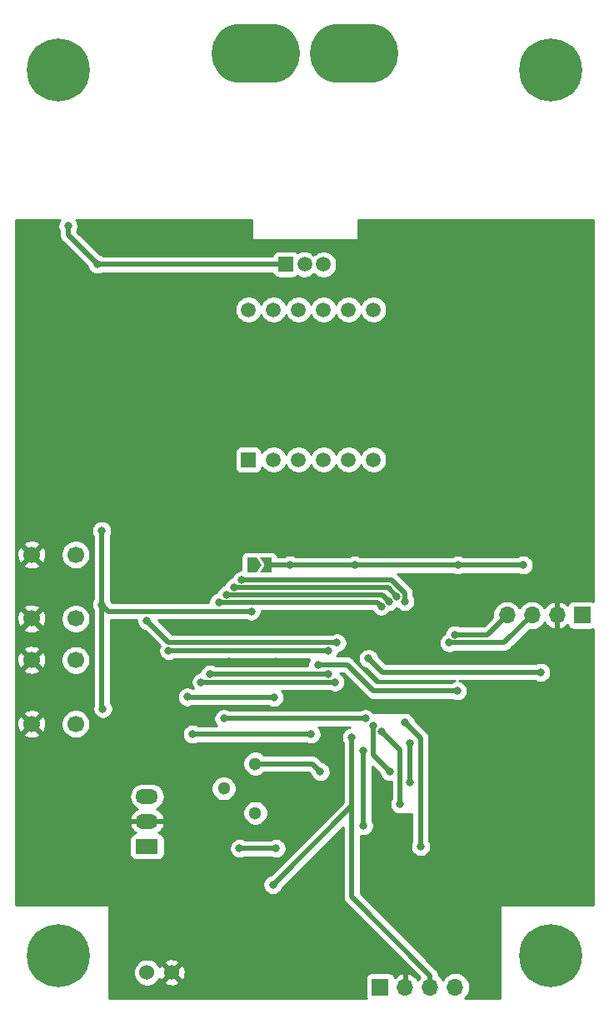
<source format=gbl>
G04 #@! TF.GenerationSoftware,KiCad,Pcbnew,(5.1.4)-1*
G04 #@! TF.CreationDate,2020-11-18T17:54:53+09:00*
G04 #@! TF.ProjectId,CurrentIndicator,43757272-656e-4744-996e-64696361746f,rev?*
G04 #@! TF.SameCoordinates,Original*
G04 #@! TF.FileFunction,Copper,L2,Bot*
G04 #@! TF.FilePolarity,Positive*
%FSLAX46Y46*%
G04 Gerber Fmt 4.6, Leading zero omitted, Abs format (unit mm)*
G04 Created by KiCad (PCBNEW (5.1.4)-1) date 2020-11-18 17:54:53*
%MOMM*%
%LPD*%
G04 APERTURE LIST*
%ADD10C,6.400000*%
%ADD11C,1.500000*%
%ADD12R,1.500000X1.500000*%
%ADD13O,2.300000X1.500000*%
%ADD14R,2.300000X1.500000*%
%ADD15C,0.800000*%
%ADD16C,0.800000*%
%ADD17O,9.000000X6.000000*%
%ADD18C,1.700000*%
%ADD19C,1.300000*%
%ADD20C,0.300000*%
%ADD21C,0.100000*%
%ADD22O,1.700000X1.700000*%
%ADD23R,1.700000X1.700000*%
%ADD24C,1.524000*%
%ADD25C,0.500000*%
%ADD26C,0.254000*%
G04 APERTURE END LIST*
D10*
X145000000Y-55000000D03*
X195000000Y-55000000D03*
X195000000Y-145000000D03*
X145000000Y-145000000D03*
D11*
X164300000Y-79360000D03*
X166840000Y-79360000D03*
X169380000Y-79360000D03*
X171920000Y-79360000D03*
X174460000Y-79360000D03*
X177000000Y-79360000D03*
X177000000Y-94600000D03*
X174460000Y-94600000D03*
X171920000Y-94600000D03*
X169380000Y-94600000D03*
X166840000Y-94600000D03*
D12*
X164300000Y-94600000D03*
D13*
X154000000Y-128820000D03*
X154000000Y-131360000D03*
D14*
X154000000Y-133900000D03*
D15*
X178960000Y-53980000D03*
X173010000Y-51300000D03*
X174340000Y-51300000D03*
X175680000Y-51300000D03*
X177010000Y-51300000D03*
X173010000Y-55400000D03*
X174340000Y-55400000D03*
X175680000Y-55400000D03*
X177010000Y-55400000D03*
X178960000Y-52720000D03*
X178210000Y-51690000D03*
X178210000Y-55010000D03*
X171060000Y-52720000D03*
D16*
X171060000Y-52720000D02*
X171060000Y-52720000D01*
D15*
X171060000Y-53980000D03*
D16*
X171060000Y-53980000D02*
X171060000Y-53980000D01*
D15*
X171810000Y-51690000D03*
X171810000Y-55010000D03*
X167010000Y-51300000D03*
X163010000Y-51300000D03*
X164340000Y-51300000D03*
X165680000Y-51300000D03*
X163010000Y-55400000D03*
X167010000Y-55400000D03*
X164340000Y-55400000D03*
X165680000Y-55400000D03*
X161810000Y-51690000D03*
X161810000Y-55010000D03*
X161060000Y-53980000D03*
X161060000Y-52720000D03*
X168210000Y-51690000D03*
X168210000Y-55010000D03*
X168960000Y-53980000D03*
D16*
X168960000Y-53980000D02*
X168960000Y-53980000D01*
D15*
X168960000Y-52720000D03*
D16*
X168960000Y-52720000D02*
X168960000Y-52720000D01*
D11*
X170010000Y-74750000D03*
X171920000Y-74750000D03*
D12*
X168100000Y-74750000D03*
D17*
X175010000Y-53350000D03*
X165010000Y-53350000D03*
D18*
X142250000Y-121450000D03*
X142250000Y-114950000D03*
X146750000Y-121450000D03*
X146750000Y-114950000D03*
D19*
X165000000Y-130500000D03*
X161800000Y-128000000D03*
X165000000Y-125500000D03*
D18*
X142250000Y-110750000D03*
X142250000Y-104250000D03*
X146750000Y-110750000D03*
X146750000Y-104250000D03*
D20*
X164675000Y-105300000D03*
D21*
G36*
X165675000Y-105300000D02*
G01*
X165175000Y-106050000D01*
X164175000Y-106050000D01*
X164175000Y-104550000D01*
X165175000Y-104550000D01*
X165675000Y-105300000D01*
X165675000Y-105300000D01*
G37*
D20*
X166125000Y-105300000D03*
D21*
G36*
X166625000Y-106050000D02*
G01*
X165475000Y-106050000D01*
X165975000Y-105300000D01*
X165475000Y-104550000D01*
X166625000Y-104550000D01*
X166625000Y-106050000D01*
X166625000Y-106050000D01*
G37*
D22*
X185320000Y-148200000D03*
X182780000Y-148200000D03*
X180240000Y-148200000D03*
D23*
X177700000Y-148200000D03*
D22*
X190580000Y-110400000D03*
X193120000Y-110400000D03*
X195660000Y-110400000D03*
D23*
X198200000Y-110400000D03*
D24*
X156500000Y-146700000D03*
X154000000Y-146700000D03*
D15*
X193050000Y-99400000D03*
X186350000Y-99400000D03*
X175850000Y-99400000D03*
X169250000Y-99400000D03*
X187300000Y-118150000D03*
X172700000Y-140300000D03*
X150750000Y-106650000D03*
X148050000Y-106650000D03*
X150700000Y-117350000D03*
X148150000Y-117400000D03*
X167750000Y-111700000D03*
X168850000Y-132900000D03*
X169750000Y-127050000D03*
X178400000Y-130250000D03*
X183400000Y-119400000D03*
X174900000Y-111000000D03*
X171750000Y-137100000D03*
X179300000Y-145900000D03*
X170000000Y-72900000D03*
X198750000Y-113550000D03*
X154350000Y-76500000D03*
X154350000Y-82300000D03*
X154400000Y-88700000D03*
X154350000Y-96150000D03*
X158500000Y-96150000D03*
X158650000Y-88700000D03*
X158700000Y-82300000D03*
X158700000Y-78100000D03*
X180300000Y-78350000D03*
X194550000Y-78200000D03*
X187600000Y-86100000D03*
X194950000Y-94250000D03*
X186550000Y-94850000D03*
X178350000Y-97800000D03*
X188700000Y-97800000D03*
X195800000Y-100400000D03*
X190550000Y-107100000D03*
X191300000Y-118900000D03*
X169450000Y-118900000D03*
X142500000Y-76100000D03*
X142750000Y-82400000D03*
X142550000Y-88700000D03*
X142450000Y-99100000D03*
X151400000Y-139800000D03*
X160500000Y-139800000D03*
X167700000Y-148350000D03*
X174450000Y-145500000D03*
X167050000Y-115150000D03*
X162350000Y-115150000D03*
X159900000Y-120600000D03*
X163350000Y-124100000D03*
X156750000Y-124100000D03*
X161075000Y-131225000D03*
X175150000Y-92800000D03*
X170275000Y-88600000D03*
X164100000Y-82300000D03*
X147875000Y-131275000D03*
X168600000Y-129550000D03*
X167125000Y-134100000D03*
X149400000Y-109325000D03*
X149500000Y-119900000D03*
X164600000Y-110000000D03*
X171375000Y-115425000D03*
X185525000Y-118100000D03*
X163400000Y-134100000D03*
X164675000Y-105300000D03*
X149400000Y-101800000D03*
X172400000Y-116400000D03*
X160400000Y-116400000D03*
X176500000Y-114800000D03*
X194025000Y-116200000D03*
X170675000Y-122500000D03*
X158600000Y-122500000D03*
X166900000Y-118750000D03*
X158100000Y-118700000D03*
X145975000Y-70850000D03*
X148950000Y-74750000D03*
X185300000Y-112400000D03*
X184700000Y-113200000D03*
X171600000Y-126300000D03*
X166800000Y-137800000D03*
X174800000Y-122800000D03*
X181800000Y-133900000D03*
X180200000Y-121300000D03*
X176000000Y-124200000D03*
X176000000Y-131800000D03*
X177800000Y-122200000D03*
X179700000Y-129600000D03*
X180700000Y-123400000D03*
X180700000Y-127400000D03*
X178675000Y-126300000D03*
X177000000Y-121600000D03*
X185600000Y-105300000D03*
X192250000Y-105300000D03*
X175100000Y-105300000D03*
X168500000Y-105300000D03*
X163600000Y-106850000D03*
X180200000Y-109000000D03*
X178600000Y-109000000D03*
X162100000Y-108350000D03*
X177800000Y-109500000D03*
X161300000Y-109100000D03*
X179400000Y-108500000D03*
X162850000Y-107600000D03*
X159500000Y-117200000D03*
X173100000Y-117200000D03*
X161800000Y-120900000D03*
X176200000Y-120900000D03*
X172400000Y-114000000D03*
X156200000Y-114000000D03*
X173300000Y-113200000D03*
X154000000Y-111000000D03*
D25*
X149400000Y-109325000D02*
X149400000Y-101800000D01*
X171375000Y-115425000D02*
X174325000Y-115425000D01*
X174325000Y-115425000D02*
X177000000Y-118100000D01*
X177000000Y-118100000D02*
X185525000Y-118100000D01*
X149400000Y-119800000D02*
X149500000Y-119900000D01*
X149400000Y-109325000D02*
X149400000Y-119800000D01*
X164600000Y-105375000D02*
X164675000Y-105300000D01*
X150075000Y-110000000D02*
X149400000Y-109325000D01*
X164600000Y-110000000D02*
X150075000Y-110000000D01*
X163400000Y-134100000D02*
X167125000Y-134100000D01*
X172400000Y-116400000D02*
X160400000Y-116400000D01*
X160400000Y-116400000D02*
X160400000Y-116400000D01*
X177900000Y-116200000D02*
X176500000Y-114800000D01*
X194025000Y-116200000D02*
X177900000Y-116200000D01*
X170675000Y-122500000D02*
X158600000Y-122500000D01*
X166900000Y-118750000D02*
X158150000Y-118750000D01*
X158150000Y-118750000D02*
X158100000Y-118700000D01*
X168100000Y-74750000D02*
X148950000Y-74750000D01*
X145975000Y-71425000D02*
X145975000Y-70850000D01*
X148950000Y-74750000D02*
X145975000Y-71775000D01*
X145975000Y-71775000D02*
X145975000Y-71425000D01*
X188580000Y-112400000D02*
X190580000Y-110400000D01*
X185300000Y-112400000D02*
X188580000Y-112400000D01*
X190320000Y-113200000D02*
X193120000Y-110400000D01*
X184700000Y-113200000D02*
X190320000Y-113200000D01*
X170800000Y-125500000D02*
X171600000Y-126300000D01*
X165000000Y-125500000D02*
X170800000Y-125500000D01*
X166800000Y-137800000D02*
X174800000Y-129800000D01*
X174800000Y-129800000D02*
X174800000Y-122800000D01*
X174800000Y-139017919D02*
X174800000Y-129800000D01*
X182780000Y-148200000D02*
X182780000Y-146997919D01*
X182780000Y-146997919D02*
X174800000Y-139017919D01*
X181800000Y-122900000D02*
X181800000Y-133900000D01*
X180200000Y-121300000D02*
X181800000Y-122900000D01*
X176000000Y-124200000D02*
X176000000Y-131800000D01*
X179700000Y-126214998D02*
X179700000Y-129600000D01*
X177800000Y-122200000D02*
X179700000Y-124100000D01*
X179700000Y-124100000D02*
X179700000Y-126214998D01*
X180700000Y-123400000D02*
X180700000Y-127400000D01*
X177000000Y-124625000D02*
X178675000Y-126300000D01*
X177000000Y-121600000D02*
X177000000Y-124625000D01*
X191350000Y-105300000D02*
X168500000Y-105300000D01*
X192250000Y-105300000D02*
X191350000Y-105300000D01*
X168500000Y-105300000D02*
X166125000Y-105300000D01*
X180200000Y-108189998D02*
X180200000Y-109000000D01*
X163600000Y-106850000D02*
X178860002Y-106850000D01*
X178860002Y-106850000D02*
X180200000Y-108189998D01*
X177950000Y-108350000D02*
X178600000Y-109000000D01*
X162100000Y-108350000D02*
X177950000Y-108350000D01*
X177800000Y-109500000D02*
X177400000Y-109100000D01*
X177400000Y-109100000D02*
X161300000Y-109100000D01*
X178500000Y-107600000D02*
X179400000Y-108500000D01*
X162850000Y-107600000D02*
X178500000Y-107600000D01*
X171800000Y-117200000D02*
X159500000Y-117200000D01*
X173100000Y-117200000D02*
X171800000Y-117200000D01*
X161800000Y-120900000D02*
X176200000Y-120900000D01*
X172400000Y-114000000D02*
X156200000Y-114000000D01*
X173300000Y-113200000D02*
X156200000Y-113200000D01*
X156200000Y-113200000D02*
X154000000Y-111000000D01*
D26*
G36*
X145057795Y-70359744D02*
G01*
X144979774Y-70548102D01*
X144940000Y-70748061D01*
X144940000Y-70951939D01*
X144979774Y-71151898D01*
X145057795Y-71340256D01*
X145090000Y-71388454D01*
X145090000Y-71731531D01*
X145085719Y-71775000D01*
X145090000Y-71818469D01*
X145090000Y-71818476D01*
X145102805Y-71948489D01*
X145153411Y-72115312D01*
X145235589Y-72269058D01*
X145346183Y-72403817D01*
X145379956Y-72431534D01*
X147943465Y-74995044D01*
X147954774Y-75051898D01*
X148032795Y-75240256D01*
X148146063Y-75409774D01*
X148290226Y-75553937D01*
X148459744Y-75667205D01*
X148648102Y-75745226D01*
X148848061Y-75785000D01*
X149051939Y-75785000D01*
X149251898Y-75745226D01*
X149440256Y-75667205D01*
X149488454Y-75635000D01*
X166727379Y-75635000D01*
X166760498Y-75744180D01*
X166819463Y-75854494D01*
X166898815Y-75951185D01*
X166995506Y-76030537D01*
X167105820Y-76089502D01*
X167225518Y-76125812D01*
X167350000Y-76138072D01*
X168850000Y-76138072D01*
X168974482Y-76125812D01*
X169094180Y-76089502D01*
X169204494Y-76030537D01*
X169301185Y-75951185D01*
X169303493Y-75948373D01*
X169545116Y-76061760D01*
X169809960Y-76127250D01*
X170082492Y-76139812D01*
X170352238Y-76098965D01*
X170608832Y-76006277D01*
X170721863Y-75945860D01*
X170787387Y-75706995D01*
X170903843Y-75823451D01*
X170969305Y-75757990D01*
X171037114Y-75825799D01*
X171263957Y-75977371D01*
X171516011Y-76081775D01*
X171783589Y-76135000D01*
X172056411Y-76135000D01*
X172323989Y-76081775D01*
X172576043Y-75977371D01*
X172802886Y-75825799D01*
X172995799Y-75632886D01*
X173147371Y-75406043D01*
X173251775Y-75153989D01*
X173305000Y-74886411D01*
X173305000Y-74613589D01*
X173251775Y-74346011D01*
X173147371Y-74093957D01*
X172995799Y-73867114D01*
X172802886Y-73674201D01*
X172576043Y-73522629D01*
X172323989Y-73418225D01*
X172056411Y-73365000D01*
X171783589Y-73365000D01*
X171516011Y-73418225D01*
X171263957Y-73522629D01*
X171037114Y-73674201D01*
X170969305Y-73742011D01*
X170903843Y-73676549D01*
X170787387Y-73793005D01*
X170721863Y-73554140D01*
X170474884Y-73438240D01*
X170210040Y-73372750D01*
X169937508Y-73360188D01*
X169667762Y-73401035D01*
X169411168Y-73493723D01*
X169303293Y-73551384D01*
X169301185Y-73548815D01*
X169204494Y-73469463D01*
X169094180Y-73410498D01*
X168974482Y-73374188D01*
X168850000Y-73361928D01*
X167350000Y-73361928D01*
X167225518Y-73374188D01*
X167105820Y-73410498D01*
X166995506Y-73469463D01*
X166898815Y-73548815D01*
X166819463Y-73645506D01*
X166760498Y-73755820D01*
X166727379Y-73865000D01*
X149488454Y-73865000D01*
X149440256Y-73832795D01*
X149251898Y-73754774D01*
X149195044Y-73743465D01*
X146860000Y-71408422D01*
X146860000Y-71388454D01*
X146892205Y-71340256D01*
X146970226Y-71151898D01*
X147010000Y-70951939D01*
X147010000Y-70748061D01*
X146970226Y-70548102D01*
X146892205Y-70359744D01*
X146803509Y-70227000D01*
X164598000Y-70227000D01*
X164598000Y-72125000D01*
X164600440Y-72149776D01*
X164607667Y-72173601D01*
X164619403Y-72195557D01*
X164635197Y-72214803D01*
X164654443Y-72230597D01*
X164676399Y-72242333D01*
X164700224Y-72249560D01*
X164725000Y-72252000D01*
X175300000Y-72252000D01*
X175324776Y-72249560D01*
X175348601Y-72242333D01*
X175370557Y-72230597D01*
X175389803Y-72214803D01*
X175405597Y-72195557D01*
X175417333Y-72173601D01*
X175424560Y-72149776D01*
X175427000Y-72125000D01*
X175427000Y-70227000D01*
X199340001Y-70227000D01*
X199340000Y-108984990D01*
X199294180Y-108960498D01*
X199174482Y-108924188D01*
X199050000Y-108911928D01*
X197350000Y-108911928D01*
X197225518Y-108924188D01*
X197105820Y-108960498D01*
X196995506Y-109019463D01*
X196898815Y-109098815D01*
X196819463Y-109195506D01*
X196760498Y-109305820D01*
X196736034Y-109386466D01*
X196660269Y-109302412D01*
X196426920Y-109128359D01*
X196164099Y-109003175D01*
X196016890Y-108958524D01*
X195787000Y-109079845D01*
X195787000Y-110273000D01*
X195807000Y-110273000D01*
X195807000Y-110527000D01*
X195787000Y-110527000D01*
X195787000Y-111720155D01*
X196016890Y-111841476D01*
X196164099Y-111796825D01*
X196426920Y-111671641D01*
X196660269Y-111497588D01*
X196736034Y-111413534D01*
X196760498Y-111494180D01*
X196819463Y-111604494D01*
X196898815Y-111701185D01*
X196995506Y-111780537D01*
X197105820Y-111839502D01*
X197225518Y-111875812D01*
X197350000Y-111888072D01*
X199050000Y-111888072D01*
X199174482Y-111875812D01*
X199294180Y-111839502D01*
X199340000Y-111815010D01*
X199340000Y-139873000D01*
X190000000Y-139873000D01*
X189975224Y-139875440D01*
X189951399Y-139882667D01*
X189929443Y-139894403D01*
X189910197Y-139910197D01*
X189894403Y-139929443D01*
X189882667Y-139951399D01*
X189875440Y-139975224D01*
X189873000Y-140000000D01*
X189873000Y-149340000D01*
X186271725Y-149340000D01*
X186375134Y-149255134D01*
X186560706Y-149029014D01*
X186698599Y-148771034D01*
X186783513Y-148491111D01*
X186812185Y-148200000D01*
X186783513Y-147908889D01*
X186698599Y-147628966D01*
X186560706Y-147370986D01*
X186375134Y-147144866D01*
X186149014Y-146959294D01*
X185891034Y-146821401D01*
X185611111Y-146736487D01*
X185392950Y-146715000D01*
X185247050Y-146715000D01*
X185028889Y-146736487D01*
X184748966Y-146821401D01*
X184490986Y-146959294D01*
X184264866Y-147144866D01*
X184079294Y-147370986D01*
X184050000Y-147425791D01*
X184020706Y-147370986D01*
X183835134Y-147144866D01*
X183668294Y-147007944D01*
X183669281Y-146997918D01*
X183665000Y-146954452D01*
X183665000Y-146954442D01*
X183652195Y-146824429D01*
X183601589Y-146657606D01*
X183519411Y-146503860D01*
X183408817Y-146369102D01*
X183375049Y-146341389D01*
X175685000Y-138651341D01*
X175685000Y-132789799D01*
X175698102Y-132795226D01*
X175898061Y-132835000D01*
X176101939Y-132835000D01*
X176301898Y-132795226D01*
X176490256Y-132717205D01*
X176659774Y-132603937D01*
X176803937Y-132459774D01*
X176917205Y-132290256D01*
X176995226Y-132101898D01*
X177035000Y-131901939D01*
X177035000Y-131698061D01*
X176995226Y-131498102D01*
X176917205Y-131309744D01*
X176885000Y-131261546D01*
X176885000Y-125761578D01*
X177668465Y-126545044D01*
X177679774Y-126601898D01*
X177757795Y-126790256D01*
X177871063Y-126959774D01*
X178015226Y-127103937D01*
X178184744Y-127217205D01*
X178373102Y-127295226D01*
X178573061Y-127335000D01*
X178776939Y-127335000D01*
X178815000Y-127327429D01*
X178815001Y-129061544D01*
X178782795Y-129109744D01*
X178704774Y-129298102D01*
X178665000Y-129498061D01*
X178665000Y-129701939D01*
X178704774Y-129901898D01*
X178782795Y-130090256D01*
X178896063Y-130259774D01*
X179040226Y-130403937D01*
X179209744Y-130517205D01*
X179398102Y-130595226D01*
X179598061Y-130635000D01*
X179801939Y-130635000D01*
X180001898Y-130595226D01*
X180045899Y-130577000D01*
X180915001Y-130577000D01*
X180915001Y-133361544D01*
X180882795Y-133409744D01*
X180804774Y-133598102D01*
X180765000Y-133798061D01*
X180765000Y-134001939D01*
X180804774Y-134201898D01*
X180882795Y-134390256D01*
X180996063Y-134559774D01*
X181140226Y-134703937D01*
X181309744Y-134817205D01*
X181498102Y-134895226D01*
X181698061Y-134935000D01*
X181901939Y-134935000D01*
X182101898Y-134895226D01*
X182290256Y-134817205D01*
X182459774Y-134703937D01*
X182603937Y-134559774D01*
X182717205Y-134390256D01*
X182795226Y-134201898D01*
X182835000Y-134001939D01*
X182835000Y-133798061D01*
X182795226Y-133598102D01*
X182717205Y-133409744D01*
X182685000Y-133361546D01*
X182685000Y-122943469D01*
X182689281Y-122900000D01*
X182685000Y-122856531D01*
X182685000Y-122856523D01*
X182672195Y-122726510D01*
X182621589Y-122559687D01*
X182539411Y-122405941D01*
X182474223Y-122326510D01*
X182456532Y-122304953D01*
X182456530Y-122304951D01*
X182428817Y-122271183D01*
X182395050Y-122243471D01*
X181206535Y-121054957D01*
X181195226Y-120998102D01*
X181117205Y-120809744D01*
X181003937Y-120640226D01*
X180859774Y-120496063D01*
X180690256Y-120382795D01*
X180501898Y-120304774D01*
X180301939Y-120265000D01*
X180098061Y-120265000D01*
X180055245Y-120273517D01*
X180050000Y-120273000D01*
X177025836Y-120273000D01*
X177003937Y-120240226D01*
X176859774Y-120096063D01*
X176690256Y-119982795D01*
X176501898Y-119904774D01*
X176301939Y-119865000D01*
X176098061Y-119865000D01*
X175898102Y-119904774D01*
X175709744Y-119982795D01*
X175661546Y-120015000D01*
X162338454Y-120015000D01*
X162290256Y-119982795D01*
X162101898Y-119904774D01*
X161901939Y-119865000D01*
X161698061Y-119865000D01*
X161498102Y-119904774D01*
X161309744Y-119982795D01*
X161140226Y-120096063D01*
X160996063Y-120240226D01*
X160882795Y-120409744D01*
X160804774Y-120598102D01*
X160765000Y-120798061D01*
X160765000Y-121001939D01*
X160804774Y-121201898D01*
X160882795Y-121390256D01*
X160996063Y-121559774D01*
X161051289Y-121615000D01*
X159138454Y-121615000D01*
X159090256Y-121582795D01*
X158901898Y-121504774D01*
X158701939Y-121465000D01*
X158498061Y-121465000D01*
X158298102Y-121504774D01*
X158109744Y-121582795D01*
X157940226Y-121696063D01*
X157796063Y-121840226D01*
X157682795Y-122009744D01*
X157604774Y-122198102D01*
X157565000Y-122398061D01*
X157565000Y-122601939D01*
X157604774Y-122801898D01*
X157682795Y-122990256D01*
X157796063Y-123159774D01*
X157940226Y-123303937D01*
X158109744Y-123417205D01*
X158298102Y-123495226D01*
X158498061Y-123535000D01*
X158701939Y-123535000D01*
X158901898Y-123495226D01*
X159090256Y-123417205D01*
X159138454Y-123385000D01*
X170136546Y-123385000D01*
X170184744Y-123417205D01*
X170373102Y-123495226D01*
X170573061Y-123535000D01*
X170776939Y-123535000D01*
X170976898Y-123495226D01*
X171165256Y-123417205D01*
X171334774Y-123303937D01*
X171478937Y-123159774D01*
X171592205Y-122990256D01*
X171670226Y-122801898D01*
X171710000Y-122601939D01*
X171710000Y-122398061D01*
X171670226Y-122198102D01*
X171592205Y-122009744D01*
X171478937Y-121840226D01*
X171423711Y-121785000D01*
X174597513Y-121785000D01*
X174498102Y-121804774D01*
X174309744Y-121882795D01*
X174140226Y-121996063D01*
X173996063Y-122140226D01*
X173882795Y-122309744D01*
X173804774Y-122498102D01*
X173765000Y-122698061D01*
X173765000Y-122901939D01*
X173804774Y-123101898D01*
X173882795Y-123290256D01*
X173915001Y-123338456D01*
X173915000Y-129433421D01*
X166554957Y-136793465D01*
X166498102Y-136804774D01*
X166309744Y-136882795D01*
X166140226Y-136996063D01*
X165996063Y-137140226D01*
X165882795Y-137309744D01*
X165804774Y-137498102D01*
X165765000Y-137698061D01*
X165765000Y-137901939D01*
X165804774Y-138101898D01*
X165882795Y-138290256D01*
X165996063Y-138459774D01*
X166140226Y-138603937D01*
X166309744Y-138717205D01*
X166498102Y-138795226D01*
X166698061Y-138835000D01*
X166901939Y-138835000D01*
X167101898Y-138795226D01*
X167290256Y-138717205D01*
X167459774Y-138603937D01*
X167603937Y-138459774D01*
X167717205Y-138290256D01*
X167795226Y-138101898D01*
X167806535Y-138045043D01*
X173915001Y-131936578D01*
X173915000Y-138974450D01*
X173910719Y-139017919D01*
X173915000Y-139061388D01*
X173915000Y-139061395D01*
X173927805Y-139191408D01*
X173978411Y-139358231D01*
X174060589Y-139511977D01*
X174171183Y-139646736D01*
X174204956Y-139674453D01*
X181702555Y-147172053D01*
X181539294Y-147370986D01*
X181504799Y-147435523D01*
X181435178Y-147318645D01*
X181240269Y-147102412D01*
X181006920Y-146928359D01*
X180744099Y-146803175D01*
X180596890Y-146758524D01*
X180367000Y-146879845D01*
X180367000Y-148073000D01*
X180387000Y-148073000D01*
X180387000Y-148327000D01*
X180367000Y-148327000D01*
X180367000Y-148347000D01*
X180113000Y-148347000D01*
X180113000Y-148327000D01*
X180093000Y-148327000D01*
X180093000Y-148073000D01*
X180113000Y-148073000D01*
X180113000Y-146879845D01*
X179883110Y-146758524D01*
X179735901Y-146803175D01*
X179473080Y-146928359D01*
X179239731Y-147102412D01*
X179163966Y-147186466D01*
X179139502Y-147105820D01*
X179080537Y-146995506D01*
X179001185Y-146898815D01*
X178904494Y-146819463D01*
X178794180Y-146760498D01*
X178674482Y-146724188D01*
X178550000Y-146711928D01*
X176850000Y-146711928D01*
X176725518Y-146724188D01*
X176605820Y-146760498D01*
X176495506Y-146819463D01*
X176398815Y-146898815D01*
X176319463Y-146995506D01*
X176260498Y-147105820D01*
X176224188Y-147225518D01*
X176211928Y-147350000D01*
X176211928Y-149050000D01*
X176224188Y-149174482D01*
X176260498Y-149294180D01*
X176284990Y-149340000D01*
X150127000Y-149340000D01*
X150127000Y-146562408D01*
X152603000Y-146562408D01*
X152603000Y-146837592D01*
X152656686Y-147107490D01*
X152761995Y-147361727D01*
X152914880Y-147590535D01*
X153109465Y-147785120D01*
X153338273Y-147938005D01*
X153592510Y-148043314D01*
X153862408Y-148097000D01*
X154137592Y-148097000D01*
X154407490Y-148043314D01*
X154661727Y-147938005D01*
X154890535Y-147785120D01*
X155010090Y-147665565D01*
X155714040Y-147665565D01*
X155781020Y-147905656D01*
X156030048Y-148022756D01*
X156297135Y-148089023D01*
X156572017Y-148101910D01*
X156844133Y-148060922D01*
X157103023Y-147967636D01*
X157218980Y-147905656D01*
X157285960Y-147665565D01*
X156500000Y-146879605D01*
X155714040Y-147665565D01*
X155010090Y-147665565D01*
X155085120Y-147590535D01*
X155238005Y-147361727D01*
X155249242Y-147334599D01*
X155294344Y-147418980D01*
X155534435Y-147485960D01*
X156320395Y-146700000D01*
X156679605Y-146700000D01*
X157465565Y-147485960D01*
X157705656Y-147418980D01*
X157822756Y-147169952D01*
X157889023Y-146902865D01*
X157901910Y-146627983D01*
X157860922Y-146355867D01*
X157767636Y-146096977D01*
X157705656Y-145981020D01*
X157465565Y-145914040D01*
X156679605Y-146700000D01*
X156320395Y-146700000D01*
X155534435Y-145914040D01*
X155294344Y-145981020D01*
X155251782Y-146071533D01*
X155238005Y-146038273D01*
X155085120Y-145809465D01*
X155010090Y-145734435D01*
X155714040Y-145734435D01*
X156500000Y-146520395D01*
X157285960Y-145734435D01*
X157218980Y-145494344D01*
X156969952Y-145377244D01*
X156702865Y-145310977D01*
X156427983Y-145298090D01*
X156155867Y-145339078D01*
X155896977Y-145432364D01*
X155781020Y-145494344D01*
X155714040Y-145734435D01*
X155010090Y-145734435D01*
X154890535Y-145614880D01*
X154661727Y-145461995D01*
X154407490Y-145356686D01*
X154137592Y-145303000D01*
X153862408Y-145303000D01*
X153592510Y-145356686D01*
X153338273Y-145461995D01*
X153109465Y-145614880D01*
X152914880Y-145809465D01*
X152761995Y-146038273D01*
X152656686Y-146292510D01*
X152603000Y-146562408D01*
X150127000Y-146562408D01*
X150127000Y-140000000D01*
X150124560Y-139975224D01*
X150117333Y-139951399D01*
X150105597Y-139929443D01*
X150089803Y-139910197D01*
X150070557Y-139894403D01*
X150048601Y-139882667D01*
X150024776Y-139875440D01*
X150000000Y-139873000D01*
X140660000Y-139873000D01*
X140660000Y-133150000D01*
X152211928Y-133150000D01*
X152211928Y-134650000D01*
X152224188Y-134774482D01*
X152260498Y-134894180D01*
X152319463Y-135004494D01*
X152398815Y-135101185D01*
X152495506Y-135180537D01*
X152605820Y-135239502D01*
X152725518Y-135275812D01*
X152850000Y-135288072D01*
X155150000Y-135288072D01*
X155274482Y-135275812D01*
X155394180Y-135239502D01*
X155504494Y-135180537D01*
X155601185Y-135101185D01*
X155680537Y-135004494D01*
X155739502Y-134894180D01*
X155775812Y-134774482D01*
X155788072Y-134650000D01*
X155788072Y-133998061D01*
X162365000Y-133998061D01*
X162365000Y-134201939D01*
X162404774Y-134401898D01*
X162482795Y-134590256D01*
X162596063Y-134759774D01*
X162740226Y-134903937D01*
X162909744Y-135017205D01*
X163098102Y-135095226D01*
X163298061Y-135135000D01*
X163501939Y-135135000D01*
X163701898Y-135095226D01*
X163890256Y-135017205D01*
X163938454Y-134985000D01*
X166586546Y-134985000D01*
X166634744Y-135017205D01*
X166823102Y-135095226D01*
X167023061Y-135135000D01*
X167226939Y-135135000D01*
X167426898Y-135095226D01*
X167615256Y-135017205D01*
X167784774Y-134903937D01*
X167928937Y-134759774D01*
X168042205Y-134590256D01*
X168120226Y-134401898D01*
X168160000Y-134201939D01*
X168160000Y-133998061D01*
X168120226Y-133798102D01*
X168042205Y-133609744D01*
X167928937Y-133440226D01*
X167784774Y-133296063D01*
X167615256Y-133182795D01*
X167426898Y-133104774D01*
X167226939Y-133065000D01*
X167023061Y-133065000D01*
X166823102Y-133104774D01*
X166634744Y-133182795D01*
X166586546Y-133215000D01*
X163938454Y-133215000D01*
X163890256Y-133182795D01*
X163701898Y-133104774D01*
X163501939Y-133065000D01*
X163298061Y-133065000D01*
X163098102Y-133104774D01*
X162909744Y-133182795D01*
X162740226Y-133296063D01*
X162596063Y-133440226D01*
X162482795Y-133609744D01*
X162404774Y-133798102D01*
X162365000Y-133998061D01*
X155788072Y-133998061D01*
X155788072Y-133150000D01*
X155775812Y-133025518D01*
X155739502Y-132905820D01*
X155680537Y-132795506D01*
X155601185Y-132698815D01*
X155504494Y-132619463D01*
X155394180Y-132560498D01*
X155274482Y-132524188D01*
X155165126Y-132513418D01*
X155275061Y-132441028D01*
X155469145Y-132249540D01*
X155622142Y-132023868D01*
X155728173Y-131772684D01*
X155742318Y-131701185D01*
X155619656Y-131487000D01*
X154127000Y-131487000D01*
X154127000Y-131507000D01*
X153873000Y-131507000D01*
X153873000Y-131487000D01*
X152380344Y-131487000D01*
X152257682Y-131701185D01*
X152271827Y-131772684D01*
X152377858Y-132023868D01*
X152530855Y-132249540D01*
X152724939Y-132441028D01*
X152834874Y-132513418D01*
X152725518Y-132524188D01*
X152605820Y-132560498D01*
X152495506Y-132619463D01*
X152398815Y-132698815D01*
X152319463Y-132795506D01*
X152260498Y-132905820D01*
X152224188Y-133025518D01*
X152211928Y-133150000D01*
X140660000Y-133150000D01*
X140660000Y-128820000D01*
X152208299Y-128820000D01*
X152235040Y-129091507D01*
X152314236Y-129352581D01*
X152442843Y-129593188D01*
X152615919Y-129804081D01*
X152826812Y-129977157D01*
X153042578Y-130092486D01*
X152952651Y-130129028D01*
X152724939Y-130278972D01*
X152530855Y-130470460D01*
X152377858Y-130696132D01*
X152271827Y-130947316D01*
X152257682Y-131018815D01*
X152380344Y-131233000D01*
X153873000Y-131233000D01*
X153873000Y-131213000D01*
X154127000Y-131213000D01*
X154127000Y-131233000D01*
X155619656Y-131233000D01*
X155742318Y-131018815D01*
X155728173Y-130947316D01*
X155622142Y-130696132D01*
X155469145Y-130470460D01*
X155370809Y-130373439D01*
X163715000Y-130373439D01*
X163715000Y-130626561D01*
X163764381Y-130874821D01*
X163861247Y-131108676D01*
X164001875Y-131319140D01*
X164180860Y-131498125D01*
X164391324Y-131638753D01*
X164625179Y-131735619D01*
X164873439Y-131785000D01*
X165126561Y-131785000D01*
X165374821Y-131735619D01*
X165608676Y-131638753D01*
X165819140Y-131498125D01*
X165998125Y-131319140D01*
X166138753Y-131108676D01*
X166235619Y-130874821D01*
X166285000Y-130626561D01*
X166285000Y-130373439D01*
X166235619Y-130125179D01*
X166138753Y-129891324D01*
X165998125Y-129680860D01*
X165819140Y-129501875D01*
X165608676Y-129361247D01*
X165374821Y-129264381D01*
X165126561Y-129215000D01*
X164873439Y-129215000D01*
X164625179Y-129264381D01*
X164391324Y-129361247D01*
X164180860Y-129501875D01*
X164001875Y-129680860D01*
X163861247Y-129891324D01*
X163764381Y-130125179D01*
X163715000Y-130373439D01*
X155370809Y-130373439D01*
X155275061Y-130278972D01*
X155047349Y-130129028D01*
X154957422Y-130092486D01*
X155173188Y-129977157D01*
X155384081Y-129804081D01*
X155557157Y-129593188D01*
X155685764Y-129352581D01*
X155764960Y-129091507D01*
X155791701Y-128820000D01*
X155764960Y-128548493D01*
X155685764Y-128287419D01*
X155557157Y-128046812D01*
X155414873Y-127873439D01*
X160515000Y-127873439D01*
X160515000Y-128126561D01*
X160564381Y-128374821D01*
X160661247Y-128608676D01*
X160801875Y-128819140D01*
X160980860Y-128998125D01*
X161191324Y-129138753D01*
X161425179Y-129235619D01*
X161673439Y-129285000D01*
X161926561Y-129285000D01*
X162174821Y-129235619D01*
X162408676Y-129138753D01*
X162619140Y-128998125D01*
X162798125Y-128819140D01*
X162938753Y-128608676D01*
X163035619Y-128374821D01*
X163085000Y-128126561D01*
X163085000Y-127873439D01*
X163035619Y-127625179D01*
X162938753Y-127391324D01*
X162798125Y-127180860D01*
X162619140Y-127001875D01*
X162408676Y-126861247D01*
X162174821Y-126764381D01*
X161926561Y-126715000D01*
X161673439Y-126715000D01*
X161425179Y-126764381D01*
X161191324Y-126861247D01*
X160980860Y-127001875D01*
X160801875Y-127180860D01*
X160661247Y-127391324D01*
X160564381Y-127625179D01*
X160515000Y-127873439D01*
X155414873Y-127873439D01*
X155384081Y-127835919D01*
X155173188Y-127662843D01*
X154932581Y-127534236D01*
X154671507Y-127455040D01*
X154468037Y-127435000D01*
X153531963Y-127435000D01*
X153328493Y-127455040D01*
X153067419Y-127534236D01*
X152826812Y-127662843D01*
X152615919Y-127835919D01*
X152442843Y-128046812D01*
X152314236Y-128287419D01*
X152235040Y-128548493D01*
X152208299Y-128820000D01*
X140660000Y-128820000D01*
X140660000Y-125373439D01*
X163715000Y-125373439D01*
X163715000Y-125626561D01*
X163764381Y-125874821D01*
X163861247Y-126108676D01*
X164001875Y-126319140D01*
X164180860Y-126498125D01*
X164391324Y-126638753D01*
X164625179Y-126735619D01*
X164873439Y-126785000D01*
X165126561Y-126785000D01*
X165374821Y-126735619D01*
X165608676Y-126638753D01*
X165819140Y-126498125D01*
X165932265Y-126385000D01*
X170433422Y-126385000D01*
X170593465Y-126545044D01*
X170604774Y-126601898D01*
X170682795Y-126790256D01*
X170796063Y-126959774D01*
X170940226Y-127103937D01*
X171109744Y-127217205D01*
X171298102Y-127295226D01*
X171498061Y-127335000D01*
X171701939Y-127335000D01*
X171901898Y-127295226D01*
X172090256Y-127217205D01*
X172259774Y-127103937D01*
X172403937Y-126959774D01*
X172517205Y-126790256D01*
X172595226Y-126601898D01*
X172635000Y-126401939D01*
X172635000Y-126198061D01*
X172595226Y-125998102D01*
X172517205Y-125809744D01*
X172403937Y-125640226D01*
X172259774Y-125496063D01*
X172090256Y-125382795D01*
X171901898Y-125304774D01*
X171845044Y-125293465D01*
X171456534Y-124904956D01*
X171428817Y-124871183D01*
X171294059Y-124760589D01*
X171140313Y-124678411D01*
X170973490Y-124627805D01*
X170843477Y-124615000D01*
X170843469Y-124615000D01*
X170800000Y-124610719D01*
X170756531Y-124615000D01*
X165932265Y-124615000D01*
X165819140Y-124501875D01*
X165608676Y-124361247D01*
X165374821Y-124264381D01*
X165126561Y-124215000D01*
X164873439Y-124215000D01*
X164625179Y-124264381D01*
X164391324Y-124361247D01*
X164180860Y-124501875D01*
X164001875Y-124680860D01*
X163861247Y-124891324D01*
X163764381Y-125125179D01*
X163715000Y-125373439D01*
X140660000Y-125373439D01*
X140660000Y-122478397D01*
X141401208Y-122478397D01*
X141478843Y-122727472D01*
X141742883Y-122853371D01*
X142026411Y-122925339D01*
X142318531Y-122940611D01*
X142608019Y-122898599D01*
X142883747Y-122800919D01*
X143021157Y-122727472D01*
X143098792Y-122478397D01*
X142250000Y-121629605D01*
X141401208Y-122478397D01*
X140660000Y-122478397D01*
X140660000Y-121518531D01*
X140759389Y-121518531D01*
X140801401Y-121808019D01*
X140899081Y-122083747D01*
X140972528Y-122221157D01*
X141221603Y-122298792D01*
X142070395Y-121450000D01*
X142429605Y-121450000D01*
X143278397Y-122298792D01*
X143527472Y-122221157D01*
X143653371Y-121957117D01*
X143725339Y-121673589D01*
X143740611Y-121381469D01*
X143729331Y-121303740D01*
X145265000Y-121303740D01*
X145265000Y-121596260D01*
X145322068Y-121883158D01*
X145434010Y-122153411D01*
X145596525Y-122396632D01*
X145803368Y-122603475D01*
X146046589Y-122765990D01*
X146316842Y-122877932D01*
X146603740Y-122935000D01*
X146896260Y-122935000D01*
X147183158Y-122877932D01*
X147453411Y-122765990D01*
X147696632Y-122603475D01*
X147903475Y-122396632D01*
X148065990Y-122153411D01*
X148177932Y-121883158D01*
X148235000Y-121596260D01*
X148235000Y-121303740D01*
X148177932Y-121016842D01*
X148065990Y-120746589D01*
X147903475Y-120503368D01*
X147696632Y-120296525D01*
X147453411Y-120134010D01*
X147183158Y-120022068D01*
X146896260Y-119965000D01*
X146603740Y-119965000D01*
X146316842Y-120022068D01*
X146046589Y-120134010D01*
X145803368Y-120296525D01*
X145596525Y-120503368D01*
X145434010Y-120746589D01*
X145322068Y-121016842D01*
X145265000Y-121303740D01*
X143729331Y-121303740D01*
X143698599Y-121091981D01*
X143600919Y-120816253D01*
X143527472Y-120678843D01*
X143278397Y-120601208D01*
X142429605Y-121450000D01*
X142070395Y-121450000D01*
X141221603Y-120601208D01*
X140972528Y-120678843D01*
X140846629Y-120942883D01*
X140774661Y-121226411D01*
X140759389Y-121518531D01*
X140660000Y-121518531D01*
X140660000Y-120421603D01*
X141401208Y-120421603D01*
X142250000Y-121270395D01*
X143098792Y-120421603D01*
X143021157Y-120172528D01*
X142757117Y-120046629D01*
X142473589Y-119974661D01*
X142181469Y-119959389D01*
X141891981Y-120001401D01*
X141616253Y-120099081D01*
X141478843Y-120172528D01*
X141401208Y-120421603D01*
X140660000Y-120421603D01*
X140660000Y-115978397D01*
X141401208Y-115978397D01*
X141478843Y-116227472D01*
X141742883Y-116353371D01*
X142026411Y-116425339D01*
X142318531Y-116440611D01*
X142608019Y-116398599D01*
X142883747Y-116300919D01*
X143021157Y-116227472D01*
X143098792Y-115978397D01*
X142250000Y-115129605D01*
X141401208Y-115978397D01*
X140660000Y-115978397D01*
X140660000Y-115018531D01*
X140759389Y-115018531D01*
X140801401Y-115308019D01*
X140899081Y-115583747D01*
X140972528Y-115721157D01*
X141221603Y-115798792D01*
X142070395Y-114950000D01*
X142429605Y-114950000D01*
X143278397Y-115798792D01*
X143527472Y-115721157D01*
X143653371Y-115457117D01*
X143725339Y-115173589D01*
X143740611Y-114881469D01*
X143729331Y-114803740D01*
X145265000Y-114803740D01*
X145265000Y-115096260D01*
X145322068Y-115383158D01*
X145434010Y-115653411D01*
X145596525Y-115896632D01*
X145803368Y-116103475D01*
X146046589Y-116265990D01*
X146316842Y-116377932D01*
X146603740Y-116435000D01*
X146896260Y-116435000D01*
X147183158Y-116377932D01*
X147453411Y-116265990D01*
X147696632Y-116103475D01*
X147903475Y-115896632D01*
X148065990Y-115653411D01*
X148177932Y-115383158D01*
X148235000Y-115096260D01*
X148235000Y-114803740D01*
X148177932Y-114516842D01*
X148065990Y-114246589D01*
X147903475Y-114003368D01*
X147696632Y-113796525D01*
X147453411Y-113634010D01*
X147183158Y-113522068D01*
X146896260Y-113465000D01*
X146603740Y-113465000D01*
X146316842Y-113522068D01*
X146046589Y-113634010D01*
X145803368Y-113796525D01*
X145596525Y-114003368D01*
X145434010Y-114246589D01*
X145322068Y-114516842D01*
X145265000Y-114803740D01*
X143729331Y-114803740D01*
X143698599Y-114591981D01*
X143600919Y-114316253D01*
X143527472Y-114178843D01*
X143278397Y-114101208D01*
X142429605Y-114950000D01*
X142070395Y-114950000D01*
X141221603Y-114101208D01*
X140972528Y-114178843D01*
X140846629Y-114442883D01*
X140774661Y-114726411D01*
X140759389Y-115018531D01*
X140660000Y-115018531D01*
X140660000Y-113921603D01*
X141401208Y-113921603D01*
X142250000Y-114770395D01*
X143098792Y-113921603D01*
X143021157Y-113672528D01*
X142757117Y-113546629D01*
X142473589Y-113474661D01*
X142181469Y-113459389D01*
X141891981Y-113501401D01*
X141616253Y-113599081D01*
X141478843Y-113672528D01*
X141401208Y-113921603D01*
X140660000Y-113921603D01*
X140660000Y-111778397D01*
X141401208Y-111778397D01*
X141478843Y-112027472D01*
X141742883Y-112153371D01*
X142026411Y-112225339D01*
X142318531Y-112240611D01*
X142608019Y-112198599D01*
X142883747Y-112100919D01*
X143021157Y-112027472D01*
X143098792Y-111778397D01*
X142250000Y-110929605D01*
X141401208Y-111778397D01*
X140660000Y-111778397D01*
X140660000Y-110818531D01*
X140759389Y-110818531D01*
X140801401Y-111108019D01*
X140899081Y-111383747D01*
X140972528Y-111521157D01*
X141221603Y-111598792D01*
X142070395Y-110750000D01*
X142429605Y-110750000D01*
X143278397Y-111598792D01*
X143527472Y-111521157D01*
X143653371Y-111257117D01*
X143725339Y-110973589D01*
X143740611Y-110681469D01*
X143729331Y-110603740D01*
X145265000Y-110603740D01*
X145265000Y-110896260D01*
X145322068Y-111183158D01*
X145434010Y-111453411D01*
X145596525Y-111696632D01*
X145803368Y-111903475D01*
X146046589Y-112065990D01*
X146316842Y-112177932D01*
X146603740Y-112235000D01*
X146896260Y-112235000D01*
X147183158Y-112177932D01*
X147453411Y-112065990D01*
X147696632Y-111903475D01*
X147903475Y-111696632D01*
X148065990Y-111453411D01*
X148177932Y-111183158D01*
X148235000Y-110896260D01*
X148235000Y-110603740D01*
X148177932Y-110316842D01*
X148065990Y-110046589D01*
X147903475Y-109803368D01*
X147696632Y-109596525D01*
X147453411Y-109434010D01*
X147183158Y-109322068D01*
X146896260Y-109265000D01*
X146603740Y-109265000D01*
X146316842Y-109322068D01*
X146046589Y-109434010D01*
X145803368Y-109596525D01*
X145596525Y-109803368D01*
X145434010Y-110046589D01*
X145322068Y-110316842D01*
X145265000Y-110603740D01*
X143729331Y-110603740D01*
X143698599Y-110391981D01*
X143600919Y-110116253D01*
X143527472Y-109978843D01*
X143278397Y-109901208D01*
X142429605Y-110750000D01*
X142070395Y-110750000D01*
X141221603Y-109901208D01*
X140972528Y-109978843D01*
X140846629Y-110242883D01*
X140774661Y-110526411D01*
X140759389Y-110818531D01*
X140660000Y-110818531D01*
X140660000Y-109721603D01*
X141401208Y-109721603D01*
X142250000Y-110570395D01*
X143098792Y-109721603D01*
X143021157Y-109472528D01*
X142757117Y-109346629D01*
X142473589Y-109274661D01*
X142181469Y-109259389D01*
X141891981Y-109301401D01*
X141616253Y-109399081D01*
X141478843Y-109472528D01*
X141401208Y-109721603D01*
X140660000Y-109721603D01*
X140660000Y-105278397D01*
X141401208Y-105278397D01*
X141478843Y-105527472D01*
X141742883Y-105653371D01*
X142026411Y-105725339D01*
X142318531Y-105740611D01*
X142608019Y-105698599D01*
X142883747Y-105600919D01*
X143021157Y-105527472D01*
X143098792Y-105278397D01*
X142250000Y-104429605D01*
X141401208Y-105278397D01*
X140660000Y-105278397D01*
X140660000Y-104318531D01*
X140759389Y-104318531D01*
X140801401Y-104608019D01*
X140899081Y-104883747D01*
X140972528Y-105021157D01*
X141221603Y-105098792D01*
X142070395Y-104250000D01*
X142429605Y-104250000D01*
X143278397Y-105098792D01*
X143527472Y-105021157D01*
X143653371Y-104757117D01*
X143725339Y-104473589D01*
X143740611Y-104181469D01*
X143729331Y-104103740D01*
X145265000Y-104103740D01*
X145265000Y-104396260D01*
X145322068Y-104683158D01*
X145434010Y-104953411D01*
X145596525Y-105196632D01*
X145803368Y-105403475D01*
X146046589Y-105565990D01*
X146316842Y-105677932D01*
X146603740Y-105735000D01*
X146896260Y-105735000D01*
X147183158Y-105677932D01*
X147453411Y-105565990D01*
X147696632Y-105403475D01*
X147903475Y-105196632D01*
X148065990Y-104953411D01*
X148177932Y-104683158D01*
X148235000Y-104396260D01*
X148235000Y-104103740D01*
X148177932Y-103816842D01*
X148065990Y-103546589D01*
X147903475Y-103303368D01*
X147696632Y-103096525D01*
X147453411Y-102934010D01*
X147183158Y-102822068D01*
X146896260Y-102765000D01*
X146603740Y-102765000D01*
X146316842Y-102822068D01*
X146046589Y-102934010D01*
X145803368Y-103096525D01*
X145596525Y-103303368D01*
X145434010Y-103546589D01*
X145322068Y-103816842D01*
X145265000Y-104103740D01*
X143729331Y-104103740D01*
X143698599Y-103891981D01*
X143600919Y-103616253D01*
X143527472Y-103478843D01*
X143278397Y-103401208D01*
X142429605Y-104250000D01*
X142070395Y-104250000D01*
X141221603Y-103401208D01*
X140972528Y-103478843D01*
X140846629Y-103742883D01*
X140774661Y-104026411D01*
X140759389Y-104318531D01*
X140660000Y-104318531D01*
X140660000Y-103221603D01*
X141401208Y-103221603D01*
X142250000Y-104070395D01*
X143098792Y-103221603D01*
X143021157Y-102972528D01*
X142757117Y-102846629D01*
X142473589Y-102774661D01*
X142181469Y-102759389D01*
X141891981Y-102801401D01*
X141616253Y-102899081D01*
X141478843Y-102972528D01*
X141401208Y-103221603D01*
X140660000Y-103221603D01*
X140660000Y-101698061D01*
X148365000Y-101698061D01*
X148365000Y-101901939D01*
X148404774Y-102101898D01*
X148482795Y-102290256D01*
X148515001Y-102338456D01*
X148515000Y-108786546D01*
X148482795Y-108834744D01*
X148404774Y-109023102D01*
X148365000Y-109223061D01*
X148365000Y-109426939D01*
X148404774Y-109626898D01*
X148482795Y-109815256D01*
X148515000Y-109863454D01*
X148515001Y-119573412D01*
X148504774Y-119598102D01*
X148465000Y-119798061D01*
X148465000Y-120001939D01*
X148504774Y-120201898D01*
X148582795Y-120390256D01*
X148696063Y-120559774D01*
X148840226Y-120703937D01*
X149009744Y-120817205D01*
X149198102Y-120895226D01*
X149398061Y-120935000D01*
X149601939Y-120935000D01*
X149801898Y-120895226D01*
X149990256Y-120817205D01*
X150159774Y-120703937D01*
X150303937Y-120559774D01*
X150417205Y-120390256D01*
X150495226Y-120201898D01*
X150535000Y-120001939D01*
X150535000Y-119798061D01*
X150495226Y-119598102D01*
X150417205Y-119409744D01*
X150303937Y-119240226D01*
X150285000Y-119221289D01*
X150285000Y-110885000D01*
X152967598Y-110885000D01*
X152965000Y-110898061D01*
X152965000Y-111101939D01*
X153004774Y-111301898D01*
X153082795Y-111490256D01*
X153196063Y-111659774D01*
X153340226Y-111803937D01*
X153509744Y-111917205D01*
X153698102Y-111995226D01*
X153754957Y-112006535D01*
X155275581Y-113527160D01*
X155204774Y-113698102D01*
X155165000Y-113898061D01*
X155165000Y-114101939D01*
X155204774Y-114301898D01*
X155282795Y-114490256D01*
X155396063Y-114659774D01*
X155540226Y-114803937D01*
X155709744Y-114917205D01*
X155898102Y-114995226D01*
X156098061Y-115035000D01*
X156301939Y-115035000D01*
X156501898Y-114995226D01*
X156690256Y-114917205D01*
X156738454Y-114885000D01*
X170491033Y-114885000D01*
X170457795Y-114934744D01*
X170379774Y-115123102D01*
X170340000Y-115323061D01*
X170340000Y-115515000D01*
X160938454Y-115515000D01*
X160890256Y-115482795D01*
X160701898Y-115404774D01*
X160501939Y-115365000D01*
X160298061Y-115365000D01*
X160098102Y-115404774D01*
X159909744Y-115482795D01*
X159740226Y-115596063D01*
X159596063Y-115740226D01*
X159482795Y-115909744D01*
X159404774Y-116098102D01*
X159391196Y-116166366D01*
X159198102Y-116204774D01*
X159009744Y-116282795D01*
X158840226Y-116396063D01*
X158696063Y-116540226D01*
X158582795Y-116709744D01*
X158504774Y-116898102D01*
X158465000Y-117098061D01*
X158465000Y-117301939D01*
X158504774Y-117501898D01*
X158582795Y-117690256D01*
X158688481Y-117848427D01*
X158590256Y-117782795D01*
X158401898Y-117704774D01*
X158201939Y-117665000D01*
X157998061Y-117665000D01*
X157798102Y-117704774D01*
X157609744Y-117782795D01*
X157440226Y-117896063D01*
X157296063Y-118040226D01*
X157182795Y-118209744D01*
X157104774Y-118398102D01*
X157065000Y-118598061D01*
X157065000Y-118801939D01*
X157104774Y-119001898D01*
X157182795Y-119190256D01*
X157296063Y-119359774D01*
X157440226Y-119503937D01*
X157609744Y-119617205D01*
X157798102Y-119695226D01*
X157998061Y-119735000D01*
X158201939Y-119735000D01*
X158401898Y-119695226D01*
X158547295Y-119635000D01*
X166361546Y-119635000D01*
X166409744Y-119667205D01*
X166598102Y-119745226D01*
X166798061Y-119785000D01*
X167001939Y-119785000D01*
X167201898Y-119745226D01*
X167390256Y-119667205D01*
X167559774Y-119553937D01*
X167703937Y-119409774D01*
X167817205Y-119240256D01*
X167895226Y-119051898D01*
X167935000Y-118851939D01*
X167935000Y-118648061D01*
X167895226Y-118448102D01*
X167817205Y-118259744D01*
X167703937Y-118090226D01*
X167698711Y-118085000D01*
X172561546Y-118085000D01*
X172609744Y-118117205D01*
X172798102Y-118195226D01*
X172998061Y-118235000D01*
X173201939Y-118235000D01*
X173401898Y-118195226D01*
X173590256Y-118117205D01*
X173759774Y-118003937D01*
X173903937Y-117859774D01*
X174017205Y-117690256D01*
X174095226Y-117501898D01*
X174135000Y-117301939D01*
X174135000Y-117098061D01*
X174095226Y-116898102D01*
X174017205Y-116709744D01*
X173903937Y-116540226D01*
X173759774Y-116396063D01*
X173630971Y-116310000D01*
X173958422Y-116310000D01*
X176343470Y-118695049D01*
X176371183Y-118728817D01*
X176404951Y-118756530D01*
X176404953Y-118756532D01*
X176460282Y-118801939D01*
X176505941Y-118839411D01*
X176659687Y-118921589D01*
X176826510Y-118972195D01*
X176956523Y-118985000D01*
X176956533Y-118985000D01*
X176999999Y-118989281D01*
X177043465Y-118985000D01*
X184986546Y-118985000D01*
X185034744Y-119017205D01*
X185223102Y-119095226D01*
X185423061Y-119135000D01*
X185626939Y-119135000D01*
X185826898Y-119095226D01*
X186015256Y-119017205D01*
X186184774Y-118903937D01*
X186328937Y-118759774D01*
X186442205Y-118590256D01*
X186520226Y-118401898D01*
X186560000Y-118201939D01*
X186560000Y-117998061D01*
X186520226Y-117798102D01*
X186442205Y-117609744D01*
X186328937Y-117440226D01*
X186184774Y-117296063D01*
X186015256Y-117182795D01*
X185826898Y-117104774D01*
X185727487Y-117085000D01*
X193486546Y-117085000D01*
X193534744Y-117117205D01*
X193723102Y-117195226D01*
X193923061Y-117235000D01*
X194126939Y-117235000D01*
X194326898Y-117195226D01*
X194515256Y-117117205D01*
X194684774Y-117003937D01*
X194828937Y-116859774D01*
X194942205Y-116690256D01*
X195020226Y-116501898D01*
X195060000Y-116301939D01*
X195060000Y-116098061D01*
X195020226Y-115898102D01*
X194942205Y-115709744D01*
X194828937Y-115540226D01*
X194684774Y-115396063D01*
X194515256Y-115282795D01*
X194326898Y-115204774D01*
X194126939Y-115165000D01*
X193923061Y-115165000D01*
X193723102Y-115204774D01*
X193534744Y-115282795D01*
X193486546Y-115315000D01*
X178266579Y-115315000D01*
X177506535Y-114554957D01*
X177495226Y-114498102D01*
X177417205Y-114309744D01*
X177303937Y-114140226D01*
X177159774Y-113996063D01*
X176990256Y-113882795D01*
X176801898Y-113804774D01*
X176601939Y-113765000D01*
X176398061Y-113765000D01*
X176198102Y-113804774D01*
X176009744Y-113882795D01*
X175840226Y-113996063D01*
X175696063Y-114140226D01*
X175582795Y-114309744D01*
X175504774Y-114498102D01*
X175465000Y-114698061D01*
X175465000Y-114901939D01*
X175504774Y-115101898D01*
X175582795Y-115290256D01*
X175696063Y-115459774D01*
X175840226Y-115603937D01*
X176009744Y-115717205D01*
X176198102Y-115795226D01*
X176254957Y-115806535D01*
X177243470Y-116795049D01*
X177271183Y-116828817D01*
X177304951Y-116856530D01*
X177304953Y-116856532D01*
X177346046Y-116890256D01*
X177405941Y-116939411D01*
X177559687Y-117021589D01*
X177675903Y-117056843D01*
X177726509Y-117072195D01*
X177741306Y-117073652D01*
X177856523Y-117085000D01*
X177856531Y-117085000D01*
X177900000Y-117089281D01*
X177943469Y-117085000D01*
X185322513Y-117085000D01*
X185223102Y-117104774D01*
X185034744Y-117182795D01*
X184986546Y-117215000D01*
X177366579Y-117215000D01*
X174981534Y-114829956D01*
X174953817Y-114796183D01*
X174819059Y-114685589D01*
X174665313Y-114603411D01*
X174498490Y-114552805D01*
X174368477Y-114540000D01*
X174368469Y-114540000D01*
X174325000Y-114535719D01*
X174281531Y-114540000D01*
X173283967Y-114540000D01*
X173317205Y-114490256D01*
X173395226Y-114301898D01*
X173408804Y-114233634D01*
X173601898Y-114195226D01*
X173790256Y-114117205D01*
X173959774Y-114003937D01*
X174103937Y-113859774D01*
X174217205Y-113690256D01*
X174295226Y-113501898D01*
X174335000Y-113301939D01*
X174335000Y-113098061D01*
X183665000Y-113098061D01*
X183665000Y-113301939D01*
X183704774Y-113501898D01*
X183782795Y-113690256D01*
X183896063Y-113859774D01*
X184040226Y-114003937D01*
X184209744Y-114117205D01*
X184398102Y-114195226D01*
X184598061Y-114235000D01*
X184801939Y-114235000D01*
X185001898Y-114195226D01*
X185190256Y-114117205D01*
X185238454Y-114085000D01*
X190276531Y-114085000D01*
X190320000Y-114089281D01*
X190363469Y-114085000D01*
X190363477Y-114085000D01*
X190493490Y-114072195D01*
X190660313Y-114021589D01*
X190814059Y-113939411D01*
X190948817Y-113828817D01*
X190976534Y-113795044D01*
X192900967Y-111870612D01*
X193047050Y-111885000D01*
X193192950Y-111885000D01*
X193411111Y-111863513D01*
X193691034Y-111778599D01*
X193949014Y-111640706D01*
X194175134Y-111455134D01*
X194360706Y-111229014D01*
X194395201Y-111164477D01*
X194464822Y-111281355D01*
X194659731Y-111497588D01*
X194893080Y-111671641D01*
X195155901Y-111796825D01*
X195303110Y-111841476D01*
X195533000Y-111720155D01*
X195533000Y-110527000D01*
X195513000Y-110527000D01*
X195513000Y-110273000D01*
X195533000Y-110273000D01*
X195533000Y-109079845D01*
X195303110Y-108958524D01*
X195155901Y-109003175D01*
X194893080Y-109128359D01*
X194659731Y-109302412D01*
X194464822Y-109518645D01*
X194395201Y-109635523D01*
X194360706Y-109570986D01*
X194175134Y-109344866D01*
X193949014Y-109159294D01*
X193691034Y-109021401D01*
X193411111Y-108936487D01*
X193192950Y-108915000D01*
X193047050Y-108915000D01*
X192828889Y-108936487D01*
X192548966Y-109021401D01*
X192290986Y-109159294D01*
X192064866Y-109344866D01*
X191879294Y-109570986D01*
X191850000Y-109625791D01*
X191820706Y-109570986D01*
X191635134Y-109344866D01*
X191409014Y-109159294D01*
X191151034Y-109021401D01*
X190871111Y-108936487D01*
X190652950Y-108915000D01*
X190507050Y-108915000D01*
X190288889Y-108936487D01*
X190008966Y-109021401D01*
X189750986Y-109159294D01*
X189524866Y-109344866D01*
X189339294Y-109570986D01*
X189201401Y-109828966D01*
X189116487Y-110108889D01*
X189087815Y-110400000D01*
X189109388Y-110619033D01*
X188213422Y-111515000D01*
X185838454Y-111515000D01*
X185790256Y-111482795D01*
X185601898Y-111404774D01*
X185401939Y-111365000D01*
X185198061Y-111365000D01*
X184998102Y-111404774D01*
X184809744Y-111482795D01*
X184640226Y-111596063D01*
X184496063Y-111740226D01*
X184382795Y-111909744D01*
X184304774Y-112098102D01*
X184273271Y-112256481D01*
X184209744Y-112282795D01*
X184040226Y-112396063D01*
X183896063Y-112540226D01*
X183782795Y-112709744D01*
X183704774Y-112898102D01*
X183665000Y-113098061D01*
X174335000Y-113098061D01*
X174295226Y-112898102D01*
X174217205Y-112709744D01*
X174103937Y-112540226D01*
X173959774Y-112396063D01*
X173790256Y-112282795D01*
X173601898Y-112204774D01*
X173401939Y-112165000D01*
X173198061Y-112165000D01*
X172998102Y-112204774D01*
X172809744Y-112282795D01*
X172761546Y-112315000D01*
X156566579Y-112315000D01*
X155136578Y-110885000D01*
X164061546Y-110885000D01*
X164109744Y-110917205D01*
X164298102Y-110995226D01*
X164498061Y-111035000D01*
X164701939Y-111035000D01*
X164901898Y-110995226D01*
X165090256Y-110917205D01*
X165259774Y-110803937D01*
X165403937Y-110659774D01*
X165517205Y-110490256D01*
X165595226Y-110301898D01*
X165635000Y-110101939D01*
X165635000Y-109985000D01*
X176880618Y-109985000D01*
X176882795Y-109990256D01*
X176996063Y-110159774D01*
X177140226Y-110303937D01*
X177309744Y-110417205D01*
X177498102Y-110495226D01*
X177698061Y-110535000D01*
X177901939Y-110535000D01*
X178101898Y-110495226D01*
X178290256Y-110417205D01*
X178459774Y-110303937D01*
X178603937Y-110159774D01*
X178687308Y-110035000D01*
X178701939Y-110035000D01*
X178901898Y-109995226D01*
X179090256Y-109917205D01*
X179259774Y-109803937D01*
X179400000Y-109663711D01*
X179540226Y-109803937D01*
X179709744Y-109917205D01*
X179898102Y-109995226D01*
X180098061Y-110035000D01*
X180301939Y-110035000D01*
X180501898Y-109995226D01*
X180690256Y-109917205D01*
X180859774Y-109803937D01*
X181003937Y-109659774D01*
X181117205Y-109490256D01*
X181195226Y-109301898D01*
X181235000Y-109101939D01*
X181235000Y-108898061D01*
X181195226Y-108698102D01*
X181117205Y-108509744D01*
X181085000Y-108461546D01*
X181085000Y-108233463D01*
X181089281Y-108189997D01*
X181085000Y-108146531D01*
X181085000Y-108146521D01*
X181072195Y-108016508D01*
X181021589Y-107849685D01*
X180939411Y-107695939D01*
X180904941Y-107653937D01*
X180856532Y-107594951D01*
X180856530Y-107594949D01*
X180828817Y-107561181D01*
X180795050Y-107533469D01*
X179516536Y-106254956D01*
X179488819Y-106221183D01*
X179444730Y-106185000D01*
X185061546Y-106185000D01*
X185109744Y-106217205D01*
X185298102Y-106295226D01*
X185498061Y-106335000D01*
X185701939Y-106335000D01*
X185901898Y-106295226D01*
X186090256Y-106217205D01*
X186138454Y-106185000D01*
X191711546Y-106185000D01*
X191759744Y-106217205D01*
X191948102Y-106295226D01*
X192148061Y-106335000D01*
X192351939Y-106335000D01*
X192551898Y-106295226D01*
X192740256Y-106217205D01*
X192909774Y-106103937D01*
X193053937Y-105959774D01*
X193167205Y-105790256D01*
X193245226Y-105601898D01*
X193285000Y-105401939D01*
X193285000Y-105198061D01*
X193245226Y-104998102D01*
X193167205Y-104809744D01*
X193053937Y-104640226D01*
X192909774Y-104496063D01*
X192740256Y-104382795D01*
X192551898Y-104304774D01*
X192351939Y-104265000D01*
X192148061Y-104265000D01*
X191948102Y-104304774D01*
X191759744Y-104382795D01*
X191711546Y-104415000D01*
X186138454Y-104415000D01*
X186090256Y-104382795D01*
X185901898Y-104304774D01*
X185701939Y-104265000D01*
X185498061Y-104265000D01*
X185298102Y-104304774D01*
X185109744Y-104382795D01*
X185061546Y-104415000D01*
X175638454Y-104415000D01*
X175590256Y-104382795D01*
X175401898Y-104304774D01*
X175201939Y-104265000D01*
X174998061Y-104265000D01*
X174798102Y-104304774D01*
X174609744Y-104382795D01*
X174561546Y-104415000D01*
X169038454Y-104415000D01*
X168990256Y-104382795D01*
X168801898Y-104304774D01*
X168601939Y-104265000D01*
X168398061Y-104265000D01*
X168198102Y-104304774D01*
X168009744Y-104382795D01*
X167961546Y-104415000D01*
X167247621Y-104415000D01*
X167214502Y-104305820D01*
X167155537Y-104195506D01*
X167076185Y-104098815D01*
X166979494Y-104019463D01*
X166869180Y-103960498D01*
X166749482Y-103924188D01*
X166625000Y-103911928D01*
X165475000Y-103911928D01*
X165351173Y-103924059D01*
X165325065Y-103931949D01*
X165299482Y-103924188D01*
X165175000Y-103911928D01*
X164175000Y-103911928D01*
X164050518Y-103924188D01*
X163930820Y-103960498D01*
X163820506Y-104019463D01*
X163723815Y-104098815D01*
X163644463Y-104195506D01*
X163585498Y-104305820D01*
X163549188Y-104425518D01*
X163536928Y-104550000D01*
X163536928Y-105815000D01*
X163498061Y-105815000D01*
X163298102Y-105854774D01*
X163109744Y-105932795D01*
X162940226Y-106046063D01*
X162796063Y-106190226D01*
X162682795Y-106359744D01*
X162604774Y-106548102D01*
X162595372Y-106595372D01*
X162548102Y-106604774D01*
X162359744Y-106682795D01*
X162190226Y-106796063D01*
X162046063Y-106940226D01*
X161932795Y-107109744D01*
X161854774Y-107298102D01*
X161845372Y-107345372D01*
X161798102Y-107354774D01*
X161609744Y-107432795D01*
X161440226Y-107546063D01*
X161296063Y-107690226D01*
X161182795Y-107859744D01*
X161104774Y-108048102D01*
X161097431Y-108085016D01*
X160998102Y-108104774D01*
X160809744Y-108182795D01*
X160640226Y-108296063D01*
X160496063Y-108440226D01*
X160382795Y-108609744D01*
X160304774Y-108798102D01*
X160265000Y-108998061D01*
X160265000Y-109115000D01*
X150441579Y-109115000D01*
X150406535Y-109079956D01*
X150395226Y-109023102D01*
X150317205Y-108834744D01*
X150285000Y-108786546D01*
X150285000Y-102338454D01*
X150317205Y-102290256D01*
X150395226Y-102101898D01*
X150435000Y-101901939D01*
X150435000Y-101698061D01*
X150395226Y-101498102D01*
X150317205Y-101309744D01*
X150203937Y-101140226D01*
X150059774Y-100996063D01*
X149890256Y-100882795D01*
X149701898Y-100804774D01*
X149501939Y-100765000D01*
X149298061Y-100765000D01*
X149098102Y-100804774D01*
X148909744Y-100882795D01*
X148740226Y-100996063D01*
X148596063Y-101140226D01*
X148482795Y-101309744D01*
X148404774Y-101498102D01*
X148365000Y-101698061D01*
X140660000Y-101698061D01*
X140660000Y-93850000D01*
X162911928Y-93850000D01*
X162911928Y-95350000D01*
X162924188Y-95474482D01*
X162960498Y-95594180D01*
X163019463Y-95704494D01*
X163098815Y-95801185D01*
X163195506Y-95880537D01*
X163305820Y-95939502D01*
X163425518Y-95975812D01*
X163550000Y-95988072D01*
X165050000Y-95988072D01*
X165174482Y-95975812D01*
X165294180Y-95939502D01*
X165404494Y-95880537D01*
X165501185Y-95801185D01*
X165580537Y-95704494D01*
X165639502Y-95594180D01*
X165675812Y-95474482D01*
X165686445Y-95366517D01*
X165764201Y-95482886D01*
X165957114Y-95675799D01*
X166183957Y-95827371D01*
X166436011Y-95931775D01*
X166703589Y-95985000D01*
X166976411Y-95985000D01*
X167243989Y-95931775D01*
X167496043Y-95827371D01*
X167722886Y-95675799D01*
X167915799Y-95482886D01*
X168067371Y-95256043D01*
X168110000Y-95153127D01*
X168152629Y-95256043D01*
X168304201Y-95482886D01*
X168497114Y-95675799D01*
X168723957Y-95827371D01*
X168976011Y-95931775D01*
X169243589Y-95985000D01*
X169516411Y-95985000D01*
X169783989Y-95931775D01*
X170036043Y-95827371D01*
X170262886Y-95675799D01*
X170455799Y-95482886D01*
X170607371Y-95256043D01*
X170650000Y-95153127D01*
X170692629Y-95256043D01*
X170844201Y-95482886D01*
X171037114Y-95675799D01*
X171263957Y-95827371D01*
X171516011Y-95931775D01*
X171783589Y-95985000D01*
X172056411Y-95985000D01*
X172323989Y-95931775D01*
X172576043Y-95827371D01*
X172802886Y-95675799D01*
X172995799Y-95482886D01*
X173147371Y-95256043D01*
X173190000Y-95153127D01*
X173232629Y-95256043D01*
X173384201Y-95482886D01*
X173577114Y-95675799D01*
X173803957Y-95827371D01*
X174056011Y-95931775D01*
X174323589Y-95985000D01*
X174596411Y-95985000D01*
X174863989Y-95931775D01*
X175116043Y-95827371D01*
X175342886Y-95675799D01*
X175535799Y-95482886D01*
X175687371Y-95256043D01*
X175730000Y-95153127D01*
X175772629Y-95256043D01*
X175924201Y-95482886D01*
X176117114Y-95675799D01*
X176343957Y-95827371D01*
X176596011Y-95931775D01*
X176863589Y-95985000D01*
X177136411Y-95985000D01*
X177403989Y-95931775D01*
X177656043Y-95827371D01*
X177882886Y-95675799D01*
X178075799Y-95482886D01*
X178227371Y-95256043D01*
X178331775Y-95003989D01*
X178385000Y-94736411D01*
X178385000Y-94463589D01*
X178331775Y-94196011D01*
X178227371Y-93943957D01*
X178075799Y-93717114D01*
X177882886Y-93524201D01*
X177656043Y-93372629D01*
X177403989Y-93268225D01*
X177136411Y-93215000D01*
X176863589Y-93215000D01*
X176596011Y-93268225D01*
X176343957Y-93372629D01*
X176117114Y-93524201D01*
X175924201Y-93717114D01*
X175772629Y-93943957D01*
X175730000Y-94046873D01*
X175687371Y-93943957D01*
X175535799Y-93717114D01*
X175342886Y-93524201D01*
X175116043Y-93372629D01*
X174863989Y-93268225D01*
X174596411Y-93215000D01*
X174323589Y-93215000D01*
X174056011Y-93268225D01*
X173803957Y-93372629D01*
X173577114Y-93524201D01*
X173384201Y-93717114D01*
X173232629Y-93943957D01*
X173190000Y-94046873D01*
X173147371Y-93943957D01*
X172995799Y-93717114D01*
X172802886Y-93524201D01*
X172576043Y-93372629D01*
X172323989Y-93268225D01*
X172056411Y-93215000D01*
X171783589Y-93215000D01*
X171516011Y-93268225D01*
X171263957Y-93372629D01*
X171037114Y-93524201D01*
X170844201Y-93717114D01*
X170692629Y-93943957D01*
X170650000Y-94046873D01*
X170607371Y-93943957D01*
X170455799Y-93717114D01*
X170262886Y-93524201D01*
X170036043Y-93372629D01*
X169783989Y-93268225D01*
X169516411Y-93215000D01*
X169243589Y-93215000D01*
X168976011Y-93268225D01*
X168723957Y-93372629D01*
X168497114Y-93524201D01*
X168304201Y-93717114D01*
X168152629Y-93943957D01*
X168110000Y-94046873D01*
X168067371Y-93943957D01*
X167915799Y-93717114D01*
X167722886Y-93524201D01*
X167496043Y-93372629D01*
X167243989Y-93268225D01*
X166976411Y-93215000D01*
X166703589Y-93215000D01*
X166436011Y-93268225D01*
X166183957Y-93372629D01*
X165957114Y-93524201D01*
X165764201Y-93717114D01*
X165686445Y-93833483D01*
X165675812Y-93725518D01*
X165639502Y-93605820D01*
X165580537Y-93495506D01*
X165501185Y-93398815D01*
X165404494Y-93319463D01*
X165294180Y-93260498D01*
X165174482Y-93224188D01*
X165050000Y-93211928D01*
X163550000Y-93211928D01*
X163425518Y-93224188D01*
X163305820Y-93260498D01*
X163195506Y-93319463D01*
X163098815Y-93398815D01*
X163019463Y-93495506D01*
X162960498Y-93605820D01*
X162924188Y-93725518D01*
X162911928Y-93850000D01*
X140660000Y-93850000D01*
X140660000Y-79223589D01*
X162915000Y-79223589D01*
X162915000Y-79496411D01*
X162968225Y-79763989D01*
X163072629Y-80016043D01*
X163224201Y-80242886D01*
X163417114Y-80435799D01*
X163643957Y-80587371D01*
X163896011Y-80691775D01*
X164163589Y-80745000D01*
X164436411Y-80745000D01*
X164703989Y-80691775D01*
X164956043Y-80587371D01*
X165182886Y-80435799D01*
X165375799Y-80242886D01*
X165527371Y-80016043D01*
X165570000Y-79913127D01*
X165612629Y-80016043D01*
X165764201Y-80242886D01*
X165957114Y-80435799D01*
X166183957Y-80587371D01*
X166436011Y-80691775D01*
X166703589Y-80745000D01*
X166976411Y-80745000D01*
X167243989Y-80691775D01*
X167496043Y-80587371D01*
X167722886Y-80435799D01*
X167915799Y-80242886D01*
X168067371Y-80016043D01*
X168110000Y-79913127D01*
X168152629Y-80016043D01*
X168304201Y-80242886D01*
X168497114Y-80435799D01*
X168723957Y-80587371D01*
X168976011Y-80691775D01*
X169243589Y-80745000D01*
X169516411Y-80745000D01*
X169783989Y-80691775D01*
X170036043Y-80587371D01*
X170262886Y-80435799D01*
X170455799Y-80242886D01*
X170607371Y-80016043D01*
X170650000Y-79913127D01*
X170692629Y-80016043D01*
X170844201Y-80242886D01*
X171037114Y-80435799D01*
X171263957Y-80587371D01*
X171516011Y-80691775D01*
X171783589Y-80745000D01*
X172056411Y-80745000D01*
X172323989Y-80691775D01*
X172576043Y-80587371D01*
X172802886Y-80435799D01*
X172995799Y-80242886D01*
X173147371Y-80016043D01*
X173190000Y-79913127D01*
X173232629Y-80016043D01*
X173384201Y-80242886D01*
X173577114Y-80435799D01*
X173803957Y-80587371D01*
X174056011Y-80691775D01*
X174323589Y-80745000D01*
X174596411Y-80745000D01*
X174863989Y-80691775D01*
X175116043Y-80587371D01*
X175342886Y-80435799D01*
X175535799Y-80242886D01*
X175687371Y-80016043D01*
X175730000Y-79913127D01*
X175772629Y-80016043D01*
X175924201Y-80242886D01*
X176117114Y-80435799D01*
X176343957Y-80587371D01*
X176596011Y-80691775D01*
X176863589Y-80745000D01*
X177136411Y-80745000D01*
X177403989Y-80691775D01*
X177656043Y-80587371D01*
X177882886Y-80435799D01*
X178075799Y-80242886D01*
X178227371Y-80016043D01*
X178331775Y-79763989D01*
X178385000Y-79496411D01*
X178385000Y-79223589D01*
X178331775Y-78956011D01*
X178227371Y-78703957D01*
X178075799Y-78477114D01*
X177882886Y-78284201D01*
X177656043Y-78132629D01*
X177403989Y-78028225D01*
X177136411Y-77975000D01*
X176863589Y-77975000D01*
X176596011Y-78028225D01*
X176343957Y-78132629D01*
X176117114Y-78284201D01*
X175924201Y-78477114D01*
X175772629Y-78703957D01*
X175730000Y-78806873D01*
X175687371Y-78703957D01*
X175535799Y-78477114D01*
X175342886Y-78284201D01*
X175116043Y-78132629D01*
X174863989Y-78028225D01*
X174596411Y-77975000D01*
X174323589Y-77975000D01*
X174056011Y-78028225D01*
X173803957Y-78132629D01*
X173577114Y-78284201D01*
X173384201Y-78477114D01*
X173232629Y-78703957D01*
X173190000Y-78806873D01*
X173147371Y-78703957D01*
X172995799Y-78477114D01*
X172802886Y-78284201D01*
X172576043Y-78132629D01*
X172323989Y-78028225D01*
X172056411Y-77975000D01*
X171783589Y-77975000D01*
X171516011Y-78028225D01*
X171263957Y-78132629D01*
X171037114Y-78284201D01*
X170844201Y-78477114D01*
X170692629Y-78703957D01*
X170650000Y-78806873D01*
X170607371Y-78703957D01*
X170455799Y-78477114D01*
X170262886Y-78284201D01*
X170036043Y-78132629D01*
X169783989Y-78028225D01*
X169516411Y-77975000D01*
X169243589Y-77975000D01*
X168976011Y-78028225D01*
X168723957Y-78132629D01*
X168497114Y-78284201D01*
X168304201Y-78477114D01*
X168152629Y-78703957D01*
X168110000Y-78806873D01*
X168067371Y-78703957D01*
X167915799Y-78477114D01*
X167722886Y-78284201D01*
X167496043Y-78132629D01*
X167243989Y-78028225D01*
X166976411Y-77975000D01*
X166703589Y-77975000D01*
X166436011Y-78028225D01*
X166183957Y-78132629D01*
X165957114Y-78284201D01*
X165764201Y-78477114D01*
X165612629Y-78703957D01*
X165570000Y-78806873D01*
X165527371Y-78703957D01*
X165375799Y-78477114D01*
X165182886Y-78284201D01*
X164956043Y-78132629D01*
X164703989Y-78028225D01*
X164436411Y-77975000D01*
X164163589Y-77975000D01*
X163896011Y-78028225D01*
X163643957Y-78132629D01*
X163417114Y-78284201D01*
X163224201Y-78477114D01*
X163072629Y-78703957D01*
X162968225Y-78956011D01*
X162915000Y-79223589D01*
X140660000Y-79223589D01*
X140660000Y-70227000D01*
X145146491Y-70227000D01*
X145057795Y-70359744D01*
X145057795Y-70359744D01*
G37*
X145057795Y-70359744D02*
X144979774Y-70548102D01*
X144940000Y-70748061D01*
X144940000Y-70951939D01*
X144979774Y-71151898D01*
X145057795Y-71340256D01*
X145090000Y-71388454D01*
X145090000Y-71731531D01*
X145085719Y-71775000D01*
X145090000Y-71818469D01*
X145090000Y-71818476D01*
X145102805Y-71948489D01*
X145153411Y-72115312D01*
X145235589Y-72269058D01*
X145346183Y-72403817D01*
X145379956Y-72431534D01*
X147943465Y-74995044D01*
X147954774Y-75051898D01*
X148032795Y-75240256D01*
X148146063Y-75409774D01*
X148290226Y-75553937D01*
X148459744Y-75667205D01*
X148648102Y-75745226D01*
X148848061Y-75785000D01*
X149051939Y-75785000D01*
X149251898Y-75745226D01*
X149440256Y-75667205D01*
X149488454Y-75635000D01*
X166727379Y-75635000D01*
X166760498Y-75744180D01*
X166819463Y-75854494D01*
X166898815Y-75951185D01*
X166995506Y-76030537D01*
X167105820Y-76089502D01*
X167225518Y-76125812D01*
X167350000Y-76138072D01*
X168850000Y-76138072D01*
X168974482Y-76125812D01*
X169094180Y-76089502D01*
X169204494Y-76030537D01*
X169301185Y-75951185D01*
X169303493Y-75948373D01*
X169545116Y-76061760D01*
X169809960Y-76127250D01*
X170082492Y-76139812D01*
X170352238Y-76098965D01*
X170608832Y-76006277D01*
X170721863Y-75945860D01*
X170787387Y-75706995D01*
X170903843Y-75823451D01*
X170969305Y-75757990D01*
X171037114Y-75825799D01*
X171263957Y-75977371D01*
X171516011Y-76081775D01*
X171783589Y-76135000D01*
X172056411Y-76135000D01*
X172323989Y-76081775D01*
X172576043Y-75977371D01*
X172802886Y-75825799D01*
X172995799Y-75632886D01*
X173147371Y-75406043D01*
X173251775Y-75153989D01*
X173305000Y-74886411D01*
X173305000Y-74613589D01*
X173251775Y-74346011D01*
X173147371Y-74093957D01*
X172995799Y-73867114D01*
X172802886Y-73674201D01*
X172576043Y-73522629D01*
X172323989Y-73418225D01*
X172056411Y-73365000D01*
X171783589Y-73365000D01*
X171516011Y-73418225D01*
X171263957Y-73522629D01*
X171037114Y-73674201D01*
X170969305Y-73742011D01*
X170903843Y-73676549D01*
X170787387Y-73793005D01*
X170721863Y-73554140D01*
X170474884Y-73438240D01*
X170210040Y-73372750D01*
X169937508Y-73360188D01*
X169667762Y-73401035D01*
X169411168Y-73493723D01*
X169303293Y-73551384D01*
X169301185Y-73548815D01*
X169204494Y-73469463D01*
X169094180Y-73410498D01*
X168974482Y-73374188D01*
X168850000Y-73361928D01*
X167350000Y-73361928D01*
X167225518Y-73374188D01*
X167105820Y-73410498D01*
X166995506Y-73469463D01*
X166898815Y-73548815D01*
X166819463Y-73645506D01*
X166760498Y-73755820D01*
X166727379Y-73865000D01*
X149488454Y-73865000D01*
X149440256Y-73832795D01*
X149251898Y-73754774D01*
X149195044Y-73743465D01*
X146860000Y-71408422D01*
X146860000Y-71388454D01*
X146892205Y-71340256D01*
X146970226Y-71151898D01*
X147010000Y-70951939D01*
X147010000Y-70748061D01*
X146970226Y-70548102D01*
X146892205Y-70359744D01*
X146803509Y-70227000D01*
X164598000Y-70227000D01*
X164598000Y-72125000D01*
X164600440Y-72149776D01*
X164607667Y-72173601D01*
X164619403Y-72195557D01*
X164635197Y-72214803D01*
X164654443Y-72230597D01*
X164676399Y-72242333D01*
X164700224Y-72249560D01*
X164725000Y-72252000D01*
X175300000Y-72252000D01*
X175324776Y-72249560D01*
X175348601Y-72242333D01*
X175370557Y-72230597D01*
X175389803Y-72214803D01*
X175405597Y-72195557D01*
X175417333Y-72173601D01*
X175424560Y-72149776D01*
X175427000Y-72125000D01*
X175427000Y-70227000D01*
X199340001Y-70227000D01*
X199340000Y-108984990D01*
X199294180Y-108960498D01*
X199174482Y-108924188D01*
X199050000Y-108911928D01*
X197350000Y-108911928D01*
X197225518Y-108924188D01*
X197105820Y-108960498D01*
X196995506Y-109019463D01*
X196898815Y-109098815D01*
X196819463Y-109195506D01*
X196760498Y-109305820D01*
X196736034Y-109386466D01*
X196660269Y-109302412D01*
X196426920Y-109128359D01*
X196164099Y-109003175D01*
X196016890Y-108958524D01*
X195787000Y-109079845D01*
X195787000Y-110273000D01*
X195807000Y-110273000D01*
X195807000Y-110527000D01*
X195787000Y-110527000D01*
X195787000Y-111720155D01*
X196016890Y-111841476D01*
X196164099Y-111796825D01*
X196426920Y-111671641D01*
X196660269Y-111497588D01*
X196736034Y-111413534D01*
X196760498Y-111494180D01*
X196819463Y-111604494D01*
X196898815Y-111701185D01*
X196995506Y-111780537D01*
X197105820Y-111839502D01*
X197225518Y-111875812D01*
X197350000Y-111888072D01*
X199050000Y-111888072D01*
X199174482Y-111875812D01*
X199294180Y-111839502D01*
X199340000Y-111815010D01*
X199340000Y-139873000D01*
X190000000Y-139873000D01*
X189975224Y-139875440D01*
X189951399Y-139882667D01*
X189929443Y-139894403D01*
X189910197Y-139910197D01*
X189894403Y-139929443D01*
X189882667Y-139951399D01*
X189875440Y-139975224D01*
X189873000Y-140000000D01*
X189873000Y-149340000D01*
X186271725Y-149340000D01*
X186375134Y-149255134D01*
X186560706Y-149029014D01*
X186698599Y-148771034D01*
X186783513Y-148491111D01*
X186812185Y-148200000D01*
X186783513Y-147908889D01*
X186698599Y-147628966D01*
X186560706Y-147370986D01*
X186375134Y-147144866D01*
X186149014Y-146959294D01*
X185891034Y-146821401D01*
X185611111Y-146736487D01*
X185392950Y-146715000D01*
X185247050Y-146715000D01*
X185028889Y-146736487D01*
X184748966Y-146821401D01*
X184490986Y-146959294D01*
X184264866Y-147144866D01*
X184079294Y-147370986D01*
X184050000Y-147425791D01*
X184020706Y-147370986D01*
X183835134Y-147144866D01*
X183668294Y-147007944D01*
X183669281Y-146997918D01*
X183665000Y-146954452D01*
X183665000Y-146954442D01*
X183652195Y-146824429D01*
X183601589Y-146657606D01*
X183519411Y-146503860D01*
X183408817Y-146369102D01*
X183375049Y-146341389D01*
X175685000Y-138651341D01*
X175685000Y-132789799D01*
X175698102Y-132795226D01*
X175898061Y-132835000D01*
X176101939Y-132835000D01*
X176301898Y-132795226D01*
X176490256Y-132717205D01*
X176659774Y-132603937D01*
X176803937Y-132459774D01*
X176917205Y-132290256D01*
X176995226Y-132101898D01*
X177035000Y-131901939D01*
X177035000Y-131698061D01*
X176995226Y-131498102D01*
X176917205Y-131309744D01*
X176885000Y-131261546D01*
X176885000Y-125761578D01*
X177668465Y-126545044D01*
X177679774Y-126601898D01*
X177757795Y-126790256D01*
X177871063Y-126959774D01*
X178015226Y-127103937D01*
X178184744Y-127217205D01*
X178373102Y-127295226D01*
X178573061Y-127335000D01*
X178776939Y-127335000D01*
X178815000Y-127327429D01*
X178815001Y-129061544D01*
X178782795Y-129109744D01*
X178704774Y-129298102D01*
X178665000Y-129498061D01*
X178665000Y-129701939D01*
X178704774Y-129901898D01*
X178782795Y-130090256D01*
X178896063Y-130259774D01*
X179040226Y-130403937D01*
X179209744Y-130517205D01*
X179398102Y-130595226D01*
X179598061Y-130635000D01*
X179801939Y-130635000D01*
X180001898Y-130595226D01*
X180045899Y-130577000D01*
X180915001Y-130577000D01*
X180915001Y-133361544D01*
X180882795Y-133409744D01*
X180804774Y-133598102D01*
X180765000Y-133798061D01*
X180765000Y-134001939D01*
X180804774Y-134201898D01*
X180882795Y-134390256D01*
X180996063Y-134559774D01*
X181140226Y-134703937D01*
X181309744Y-134817205D01*
X181498102Y-134895226D01*
X181698061Y-134935000D01*
X181901939Y-134935000D01*
X182101898Y-134895226D01*
X182290256Y-134817205D01*
X182459774Y-134703937D01*
X182603937Y-134559774D01*
X182717205Y-134390256D01*
X182795226Y-134201898D01*
X182835000Y-134001939D01*
X182835000Y-133798061D01*
X182795226Y-133598102D01*
X182717205Y-133409744D01*
X182685000Y-133361546D01*
X182685000Y-122943469D01*
X182689281Y-122900000D01*
X182685000Y-122856531D01*
X182685000Y-122856523D01*
X182672195Y-122726510D01*
X182621589Y-122559687D01*
X182539411Y-122405941D01*
X182474223Y-122326510D01*
X182456532Y-122304953D01*
X182456530Y-122304951D01*
X182428817Y-122271183D01*
X182395050Y-122243471D01*
X181206535Y-121054957D01*
X181195226Y-120998102D01*
X181117205Y-120809744D01*
X181003937Y-120640226D01*
X180859774Y-120496063D01*
X180690256Y-120382795D01*
X180501898Y-120304774D01*
X180301939Y-120265000D01*
X180098061Y-120265000D01*
X180055245Y-120273517D01*
X180050000Y-120273000D01*
X177025836Y-120273000D01*
X177003937Y-120240226D01*
X176859774Y-120096063D01*
X176690256Y-119982795D01*
X176501898Y-119904774D01*
X176301939Y-119865000D01*
X176098061Y-119865000D01*
X175898102Y-119904774D01*
X175709744Y-119982795D01*
X175661546Y-120015000D01*
X162338454Y-120015000D01*
X162290256Y-119982795D01*
X162101898Y-119904774D01*
X161901939Y-119865000D01*
X161698061Y-119865000D01*
X161498102Y-119904774D01*
X161309744Y-119982795D01*
X161140226Y-120096063D01*
X160996063Y-120240226D01*
X160882795Y-120409744D01*
X160804774Y-120598102D01*
X160765000Y-120798061D01*
X160765000Y-121001939D01*
X160804774Y-121201898D01*
X160882795Y-121390256D01*
X160996063Y-121559774D01*
X161051289Y-121615000D01*
X159138454Y-121615000D01*
X159090256Y-121582795D01*
X158901898Y-121504774D01*
X158701939Y-121465000D01*
X158498061Y-121465000D01*
X158298102Y-121504774D01*
X158109744Y-121582795D01*
X157940226Y-121696063D01*
X157796063Y-121840226D01*
X157682795Y-122009744D01*
X157604774Y-122198102D01*
X157565000Y-122398061D01*
X157565000Y-122601939D01*
X157604774Y-122801898D01*
X157682795Y-122990256D01*
X157796063Y-123159774D01*
X157940226Y-123303937D01*
X158109744Y-123417205D01*
X158298102Y-123495226D01*
X158498061Y-123535000D01*
X158701939Y-123535000D01*
X158901898Y-123495226D01*
X159090256Y-123417205D01*
X159138454Y-123385000D01*
X170136546Y-123385000D01*
X170184744Y-123417205D01*
X170373102Y-123495226D01*
X170573061Y-123535000D01*
X170776939Y-123535000D01*
X170976898Y-123495226D01*
X171165256Y-123417205D01*
X171334774Y-123303937D01*
X171478937Y-123159774D01*
X171592205Y-122990256D01*
X171670226Y-122801898D01*
X171710000Y-122601939D01*
X171710000Y-122398061D01*
X171670226Y-122198102D01*
X171592205Y-122009744D01*
X171478937Y-121840226D01*
X171423711Y-121785000D01*
X174597513Y-121785000D01*
X174498102Y-121804774D01*
X174309744Y-121882795D01*
X174140226Y-121996063D01*
X173996063Y-122140226D01*
X173882795Y-122309744D01*
X173804774Y-122498102D01*
X173765000Y-122698061D01*
X173765000Y-122901939D01*
X173804774Y-123101898D01*
X173882795Y-123290256D01*
X173915001Y-123338456D01*
X173915000Y-129433421D01*
X166554957Y-136793465D01*
X166498102Y-136804774D01*
X166309744Y-136882795D01*
X166140226Y-136996063D01*
X165996063Y-137140226D01*
X165882795Y-137309744D01*
X165804774Y-137498102D01*
X165765000Y-137698061D01*
X165765000Y-137901939D01*
X165804774Y-138101898D01*
X165882795Y-138290256D01*
X165996063Y-138459774D01*
X166140226Y-138603937D01*
X166309744Y-138717205D01*
X166498102Y-138795226D01*
X166698061Y-138835000D01*
X166901939Y-138835000D01*
X167101898Y-138795226D01*
X167290256Y-138717205D01*
X167459774Y-138603937D01*
X167603937Y-138459774D01*
X167717205Y-138290256D01*
X167795226Y-138101898D01*
X167806535Y-138045043D01*
X173915001Y-131936578D01*
X173915000Y-138974450D01*
X173910719Y-139017919D01*
X173915000Y-139061388D01*
X173915000Y-139061395D01*
X173927805Y-139191408D01*
X173978411Y-139358231D01*
X174060589Y-139511977D01*
X174171183Y-139646736D01*
X174204956Y-139674453D01*
X181702555Y-147172053D01*
X181539294Y-147370986D01*
X181504799Y-147435523D01*
X181435178Y-147318645D01*
X181240269Y-147102412D01*
X181006920Y-146928359D01*
X180744099Y-146803175D01*
X180596890Y-146758524D01*
X180367000Y-146879845D01*
X180367000Y-148073000D01*
X180387000Y-148073000D01*
X180387000Y-148327000D01*
X180367000Y-148327000D01*
X180367000Y-148347000D01*
X180113000Y-148347000D01*
X180113000Y-148327000D01*
X180093000Y-148327000D01*
X180093000Y-148073000D01*
X180113000Y-148073000D01*
X180113000Y-146879845D01*
X179883110Y-146758524D01*
X179735901Y-146803175D01*
X179473080Y-146928359D01*
X179239731Y-147102412D01*
X179163966Y-147186466D01*
X179139502Y-147105820D01*
X179080537Y-146995506D01*
X179001185Y-146898815D01*
X178904494Y-146819463D01*
X178794180Y-146760498D01*
X178674482Y-146724188D01*
X178550000Y-146711928D01*
X176850000Y-146711928D01*
X176725518Y-146724188D01*
X176605820Y-146760498D01*
X176495506Y-146819463D01*
X176398815Y-146898815D01*
X176319463Y-146995506D01*
X176260498Y-147105820D01*
X176224188Y-147225518D01*
X176211928Y-147350000D01*
X176211928Y-149050000D01*
X176224188Y-149174482D01*
X176260498Y-149294180D01*
X176284990Y-149340000D01*
X150127000Y-149340000D01*
X150127000Y-146562408D01*
X152603000Y-146562408D01*
X152603000Y-146837592D01*
X152656686Y-147107490D01*
X152761995Y-147361727D01*
X152914880Y-147590535D01*
X153109465Y-147785120D01*
X153338273Y-147938005D01*
X153592510Y-148043314D01*
X153862408Y-148097000D01*
X154137592Y-148097000D01*
X154407490Y-148043314D01*
X154661727Y-147938005D01*
X154890535Y-147785120D01*
X155010090Y-147665565D01*
X155714040Y-147665565D01*
X155781020Y-147905656D01*
X156030048Y-148022756D01*
X156297135Y-148089023D01*
X156572017Y-148101910D01*
X156844133Y-148060922D01*
X157103023Y-147967636D01*
X157218980Y-147905656D01*
X157285960Y-147665565D01*
X156500000Y-146879605D01*
X155714040Y-147665565D01*
X155010090Y-147665565D01*
X155085120Y-147590535D01*
X155238005Y-147361727D01*
X155249242Y-147334599D01*
X155294344Y-147418980D01*
X155534435Y-147485960D01*
X156320395Y-146700000D01*
X156679605Y-146700000D01*
X157465565Y-147485960D01*
X157705656Y-147418980D01*
X157822756Y-147169952D01*
X157889023Y-146902865D01*
X157901910Y-146627983D01*
X157860922Y-146355867D01*
X157767636Y-146096977D01*
X157705656Y-145981020D01*
X157465565Y-145914040D01*
X156679605Y-146700000D01*
X156320395Y-146700000D01*
X155534435Y-145914040D01*
X155294344Y-145981020D01*
X155251782Y-146071533D01*
X155238005Y-146038273D01*
X155085120Y-145809465D01*
X155010090Y-145734435D01*
X155714040Y-145734435D01*
X156500000Y-146520395D01*
X157285960Y-145734435D01*
X157218980Y-145494344D01*
X156969952Y-145377244D01*
X156702865Y-145310977D01*
X156427983Y-145298090D01*
X156155867Y-145339078D01*
X155896977Y-145432364D01*
X155781020Y-145494344D01*
X155714040Y-145734435D01*
X155010090Y-145734435D01*
X154890535Y-145614880D01*
X154661727Y-145461995D01*
X154407490Y-145356686D01*
X154137592Y-145303000D01*
X153862408Y-145303000D01*
X153592510Y-145356686D01*
X153338273Y-145461995D01*
X153109465Y-145614880D01*
X152914880Y-145809465D01*
X152761995Y-146038273D01*
X152656686Y-146292510D01*
X152603000Y-146562408D01*
X150127000Y-146562408D01*
X150127000Y-140000000D01*
X150124560Y-139975224D01*
X150117333Y-139951399D01*
X150105597Y-139929443D01*
X150089803Y-139910197D01*
X150070557Y-139894403D01*
X150048601Y-139882667D01*
X150024776Y-139875440D01*
X150000000Y-139873000D01*
X140660000Y-139873000D01*
X140660000Y-133150000D01*
X152211928Y-133150000D01*
X152211928Y-134650000D01*
X152224188Y-134774482D01*
X152260498Y-134894180D01*
X152319463Y-135004494D01*
X152398815Y-135101185D01*
X152495506Y-135180537D01*
X152605820Y-135239502D01*
X152725518Y-135275812D01*
X152850000Y-135288072D01*
X155150000Y-135288072D01*
X155274482Y-135275812D01*
X155394180Y-135239502D01*
X155504494Y-135180537D01*
X155601185Y-135101185D01*
X155680537Y-135004494D01*
X155739502Y-134894180D01*
X155775812Y-134774482D01*
X155788072Y-134650000D01*
X155788072Y-133998061D01*
X162365000Y-133998061D01*
X162365000Y-134201939D01*
X162404774Y-134401898D01*
X162482795Y-134590256D01*
X162596063Y-134759774D01*
X162740226Y-134903937D01*
X162909744Y-135017205D01*
X163098102Y-135095226D01*
X163298061Y-135135000D01*
X163501939Y-135135000D01*
X163701898Y-135095226D01*
X163890256Y-135017205D01*
X163938454Y-134985000D01*
X166586546Y-134985000D01*
X166634744Y-135017205D01*
X166823102Y-135095226D01*
X167023061Y-135135000D01*
X167226939Y-135135000D01*
X167426898Y-135095226D01*
X167615256Y-135017205D01*
X167784774Y-134903937D01*
X167928937Y-134759774D01*
X168042205Y-134590256D01*
X168120226Y-134401898D01*
X168160000Y-134201939D01*
X168160000Y-133998061D01*
X168120226Y-133798102D01*
X168042205Y-133609744D01*
X167928937Y-133440226D01*
X167784774Y-133296063D01*
X167615256Y-133182795D01*
X167426898Y-133104774D01*
X167226939Y-133065000D01*
X167023061Y-133065000D01*
X166823102Y-133104774D01*
X166634744Y-133182795D01*
X166586546Y-133215000D01*
X163938454Y-133215000D01*
X163890256Y-133182795D01*
X163701898Y-133104774D01*
X163501939Y-133065000D01*
X163298061Y-133065000D01*
X163098102Y-133104774D01*
X162909744Y-133182795D01*
X162740226Y-133296063D01*
X162596063Y-133440226D01*
X162482795Y-133609744D01*
X162404774Y-133798102D01*
X162365000Y-133998061D01*
X155788072Y-133998061D01*
X155788072Y-133150000D01*
X155775812Y-133025518D01*
X155739502Y-132905820D01*
X155680537Y-132795506D01*
X155601185Y-132698815D01*
X155504494Y-132619463D01*
X155394180Y-132560498D01*
X155274482Y-132524188D01*
X155165126Y-132513418D01*
X155275061Y-132441028D01*
X155469145Y-132249540D01*
X155622142Y-132023868D01*
X155728173Y-131772684D01*
X155742318Y-131701185D01*
X155619656Y-131487000D01*
X154127000Y-131487000D01*
X154127000Y-131507000D01*
X153873000Y-131507000D01*
X153873000Y-131487000D01*
X152380344Y-131487000D01*
X152257682Y-131701185D01*
X152271827Y-131772684D01*
X152377858Y-132023868D01*
X152530855Y-132249540D01*
X152724939Y-132441028D01*
X152834874Y-132513418D01*
X152725518Y-132524188D01*
X152605820Y-132560498D01*
X152495506Y-132619463D01*
X152398815Y-132698815D01*
X152319463Y-132795506D01*
X152260498Y-132905820D01*
X152224188Y-133025518D01*
X152211928Y-133150000D01*
X140660000Y-133150000D01*
X140660000Y-128820000D01*
X152208299Y-128820000D01*
X152235040Y-129091507D01*
X152314236Y-129352581D01*
X152442843Y-129593188D01*
X152615919Y-129804081D01*
X152826812Y-129977157D01*
X153042578Y-130092486D01*
X152952651Y-130129028D01*
X152724939Y-130278972D01*
X152530855Y-130470460D01*
X152377858Y-130696132D01*
X152271827Y-130947316D01*
X152257682Y-131018815D01*
X152380344Y-131233000D01*
X153873000Y-131233000D01*
X153873000Y-131213000D01*
X154127000Y-131213000D01*
X154127000Y-131233000D01*
X155619656Y-131233000D01*
X155742318Y-131018815D01*
X155728173Y-130947316D01*
X155622142Y-130696132D01*
X155469145Y-130470460D01*
X155370809Y-130373439D01*
X163715000Y-130373439D01*
X163715000Y-130626561D01*
X163764381Y-130874821D01*
X163861247Y-131108676D01*
X164001875Y-131319140D01*
X164180860Y-131498125D01*
X164391324Y-131638753D01*
X164625179Y-131735619D01*
X164873439Y-131785000D01*
X165126561Y-131785000D01*
X165374821Y-131735619D01*
X165608676Y-131638753D01*
X165819140Y-131498125D01*
X165998125Y-131319140D01*
X166138753Y-131108676D01*
X166235619Y-130874821D01*
X166285000Y-130626561D01*
X166285000Y-130373439D01*
X166235619Y-130125179D01*
X166138753Y-129891324D01*
X165998125Y-129680860D01*
X165819140Y-129501875D01*
X165608676Y-129361247D01*
X165374821Y-129264381D01*
X165126561Y-129215000D01*
X164873439Y-129215000D01*
X164625179Y-129264381D01*
X164391324Y-129361247D01*
X164180860Y-129501875D01*
X164001875Y-129680860D01*
X163861247Y-129891324D01*
X163764381Y-130125179D01*
X163715000Y-130373439D01*
X155370809Y-130373439D01*
X155275061Y-130278972D01*
X155047349Y-130129028D01*
X154957422Y-130092486D01*
X155173188Y-129977157D01*
X155384081Y-129804081D01*
X155557157Y-129593188D01*
X155685764Y-129352581D01*
X155764960Y-129091507D01*
X155791701Y-128820000D01*
X155764960Y-128548493D01*
X155685764Y-128287419D01*
X155557157Y-128046812D01*
X155414873Y-127873439D01*
X160515000Y-127873439D01*
X160515000Y-128126561D01*
X160564381Y-128374821D01*
X160661247Y-128608676D01*
X160801875Y-128819140D01*
X160980860Y-128998125D01*
X161191324Y-129138753D01*
X161425179Y-129235619D01*
X161673439Y-129285000D01*
X161926561Y-129285000D01*
X162174821Y-129235619D01*
X162408676Y-129138753D01*
X162619140Y-128998125D01*
X162798125Y-128819140D01*
X162938753Y-128608676D01*
X163035619Y-128374821D01*
X163085000Y-128126561D01*
X163085000Y-127873439D01*
X163035619Y-127625179D01*
X162938753Y-127391324D01*
X162798125Y-127180860D01*
X162619140Y-127001875D01*
X162408676Y-126861247D01*
X162174821Y-126764381D01*
X161926561Y-126715000D01*
X161673439Y-126715000D01*
X161425179Y-126764381D01*
X161191324Y-126861247D01*
X160980860Y-127001875D01*
X160801875Y-127180860D01*
X160661247Y-127391324D01*
X160564381Y-127625179D01*
X160515000Y-127873439D01*
X155414873Y-127873439D01*
X155384081Y-127835919D01*
X155173188Y-127662843D01*
X154932581Y-127534236D01*
X154671507Y-127455040D01*
X154468037Y-127435000D01*
X153531963Y-127435000D01*
X153328493Y-127455040D01*
X153067419Y-127534236D01*
X152826812Y-127662843D01*
X152615919Y-127835919D01*
X152442843Y-128046812D01*
X152314236Y-128287419D01*
X152235040Y-128548493D01*
X152208299Y-128820000D01*
X140660000Y-128820000D01*
X140660000Y-125373439D01*
X163715000Y-125373439D01*
X163715000Y-125626561D01*
X163764381Y-125874821D01*
X163861247Y-126108676D01*
X164001875Y-126319140D01*
X164180860Y-126498125D01*
X164391324Y-126638753D01*
X164625179Y-126735619D01*
X164873439Y-126785000D01*
X165126561Y-126785000D01*
X165374821Y-126735619D01*
X165608676Y-126638753D01*
X165819140Y-126498125D01*
X165932265Y-126385000D01*
X170433422Y-126385000D01*
X170593465Y-126545044D01*
X170604774Y-126601898D01*
X170682795Y-126790256D01*
X170796063Y-126959774D01*
X170940226Y-127103937D01*
X171109744Y-127217205D01*
X171298102Y-127295226D01*
X171498061Y-127335000D01*
X171701939Y-127335000D01*
X171901898Y-127295226D01*
X172090256Y-127217205D01*
X172259774Y-127103937D01*
X172403937Y-126959774D01*
X172517205Y-126790256D01*
X172595226Y-126601898D01*
X172635000Y-126401939D01*
X172635000Y-126198061D01*
X172595226Y-125998102D01*
X172517205Y-125809744D01*
X172403937Y-125640226D01*
X172259774Y-125496063D01*
X172090256Y-125382795D01*
X171901898Y-125304774D01*
X171845044Y-125293465D01*
X171456534Y-124904956D01*
X171428817Y-124871183D01*
X171294059Y-124760589D01*
X171140313Y-124678411D01*
X170973490Y-124627805D01*
X170843477Y-124615000D01*
X170843469Y-124615000D01*
X170800000Y-124610719D01*
X170756531Y-124615000D01*
X165932265Y-124615000D01*
X165819140Y-124501875D01*
X165608676Y-124361247D01*
X165374821Y-124264381D01*
X165126561Y-124215000D01*
X164873439Y-124215000D01*
X164625179Y-124264381D01*
X164391324Y-124361247D01*
X164180860Y-124501875D01*
X164001875Y-124680860D01*
X163861247Y-124891324D01*
X163764381Y-125125179D01*
X163715000Y-125373439D01*
X140660000Y-125373439D01*
X140660000Y-122478397D01*
X141401208Y-122478397D01*
X141478843Y-122727472D01*
X141742883Y-122853371D01*
X142026411Y-122925339D01*
X142318531Y-122940611D01*
X142608019Y-122898599D01*
X142883747Y-122800919D01*
X143021157Y-122727472D01*
X143098792Y-122478397D01*
X142250000Y-121629605D01*
X141401208Y-122478397D01*
X140660000Y-122478397D01*
X140660000Y-121518531D01*
X140759389Y-121518531D01*
X140801401Y-121808019D01*
X140899081Y-122083747D01*
X140972528Y-122221157D01*
X141221603Y-122298792D01*
X142070395Y-121450000D01*
X142429605Y-121450000D01*
X143278397Y-122298792D01*
X143527472Y-122221157D01*
X143653371Y-121957117D01*
X143725339Y-121673589D01*
X143740611Y-121381469D01*
X143729331Y-121303740D01*
X145265000Y-121303740D01*
X145265000Y-121596260D01*
X145322068Y-121883158D01*
X145434010Y-122153411D01*
X145596525Y-122396632D01*
X145803368Y-122603475D01*
X146046589Y-122765990D01*
X146316842Y-122877932D01*
X146603740Y-122935000D01*
X146896260Y-122935000D01*
X147183158Y-122877932D01*
X147453411Y-122765990D01*
X147696632Y-122603475D01*
X147903475Y-122396632D01*
X148065990Y-122153411D01*
X148177932Y-121883158D01*
X148235000Y-121596260D01*
X148235000Y-121303740D01*
X148177932Y-121016842D01*
X148065990Y-120746589D01*
X147903475Y-120503368D01*
X147696632Y-120296525D01*
X147453411Y-120134010D01*
X147183158Y-120022068D01*
X146896260Y-119965000D01*
X146603740Y-119965000D01*
X146316842Y-120022068D01*
X146046589Y-120134010D01*
X145803368Y-120296525D01*
X145596525Y-120503368D01*
X145434010Y-120746589D01*
X145322068Y-121016842D01*
X145265000Y-121303740D01*
X143729331Y-121303740D01*
X143698599Y-121091981D01*
X143600919Y-120816253D01*
X143527472Y-120678843D01*
X143278397Y-120601208D01*
X142429605Y-121450000D01*
X142070395Y-121450000D01*
X141221603Y-120601208D01*
X140972528Y-120678843D01*
X140846629Y-120942883D01*
X140774661Y-121226411D01*
X140759389Y-121518531D01*
X140660000Y-121518531D01*
X140660000Y-120421603D01*
X141401208Y-120421603D01*
X142250000Y-121270395D01*
X143098792Y-120421603D01*
X143021157Y-120172528D01*
X142757117Y-120046629D01*
X142473589Y-119974661D01*
X142181469Y-119959389D01*
X141891981Y-120001401D01*
X141616253Y-120099081D01*
X141478843Y-120172528D01*
X141401208Y-120421603D01*
X140660000Y-120421603D01*
X140660000Y-115978397D01*
X141401208Y-115978397D01*
X141478843Y-116227472D01*
X141742883Y-116353371D01*
X142026411Y-116425339D01*
X142318531Y-116440611D01*
X142608019Y-116398599D01*
X142883747Y-116300919D01*
X143021157Y-116227472D01*
X143098792Y-115978397D01*
X142250000Y-115129605D01*
X141401208Y-115978397D01*
X140660000Y-115978397D01*
X140660000Y-115018531D01*
X140759389Y-115018531D01*
X140801401Y-115308019D01*
X140899081Y-115583747D01*
X140972528Y-115721157D01*
X141221603Y-115798792D01*
X142070395Y-114950000D01*
X142429605Y-114950000D01*
X143278397Y-115798792D01*
X143527472Y-115721157D01*
X143653371Y-115457117D01*
X143725339Y-115173589D01*
X143740611Y-114881469D01*
X143729331Y-114803740D01*
X145265000Y-114803740D01*
X145265000Y-115096260D01*
X145322068Y-115383158D01*
X145434010Y-115653411D01*
X145596525Y-115896632D01*
X145803368Y-116103475D01*
X146046589Y-116265990D01*
X146316842Y-116377932D01*
X146603740Y-116435000D01*
X146896260Y-116435000D01*
X147183158Y-116377932D01*
X147453411Y-116265990D01*
X147696632Y-116103475D01*
X147903475Y-115896632D01*
X148065990Y-115653411D01*
X148177932Y-115383158D01*
X148235000Y-115096260D01*
X148235000Y-114803740D01*
X148177932Y-114516842D01*
X148065990Y-114246589D01*
X147903475Y-114003368D01*
X147696632Y-113796525D01*
X147453411Y-113634010D01*
X147183158Y-113522068D01*
X146896260Y-113465000D01*
X146603740Y-113465000D01*
X146316842Y-113522068D01*
X146046589Y-113634010D01*
X145803368Y-113796525D01*
X145596525Y-114003368D01*
X145434010Y-114246589D01*
X145322068Y-114516842D01*
X145265000Y-114803740D01*
X143729331Y-114803740D01*
X143698599Y-114591981D01*
X143600919Y-114316253D01*
X143527472Y-114178843D01*
X143278397Y-114101208D01*
X142429605Y-114950000D01*
X142070395Y-114950000D01*
X141221603Y-114101208D01*
X140972528Y-114178843D01*
X140846629Y-114442883D01*
X140774661Y-114726411D01*
X140759389Y-115018531D01*
X140660000Y-115018531D01*
X140660000Y-113921603D01*
X141401208Y-113921603D01*
X142250000Y-114770395D01*
X143098792Y-113921603D01*
X143021157Y-113672528D01*
X142757117Y-113546629D01*
X142473589Y-113474661D01*
X142181469Y-113459389D01*
X141891981Y-113501401D01*
X141616253Y-113599081D01*
X141478843Y-113672528D01*
X141401208Y-113921603D01*
X140660000Y-113921603D01*
X140660000Y-111778397D01*
X141401208Y-111778397D01*
X141478843Y-112027472D01*
X141742883Y-112153371D01*
X142026411Y-112225339D01*
X142318531Y-112240611D01*
X142608019Y-112198599D01*
X142883747Y-112100919D01*
X143021157Y-112027472D01*
X143098792Y-111778397D01*
X142250000Y-110929605D01*
X141401208Y-111778397D01*
X140660000Y-111778397D01*
X140660000Y-110818531D01*
X140759389Y-110818531D01*
X140801401Y-111108019D01*
X140899081Y-111383747D01*
X140972528Y-111521157D01*
X141221603Y-111598792D01*
X142070395Y-110750000D01*
X142429605Y-110750000D01*
X143278397Y-111598792D01*
X143527472Y-111521157D01*
X143653371Y-111257117D01*
X143725339Y-110973589D01*
X143740611Y-110681469D01*
X143729331Y-110603740D01*
X145265000Y-110603740D01*
X145265000Y-110896260D01*
X145322068Y-111183158D01*
X145434010Y-111453411D01*
X145596525Y-111696632D01*
X145803368Y-111903475D01*
X146046589Y-112065990D01*
X146316842Y-112177932D01*
X146603740Y-112235000D01*
X146896260Y-112235000D01*
X147183158Y-112177932D01*
X147453411Y-112065990D01*
X147696632Y-111903475D01*
X147903475Y-111696632D01*
X148065990Y-111453411D01*
X148177932Y-111183158D01*
X148235000Y-110896260D01*
X148235000Y-110603740D01*
X148177932Y-110316842D01*
X148065990Y-110046589D01*
X147903475Y-109803368D01*
X147696632Y-109596525D01*
X147453411Y-109434010D01*
X147183158Y-109322068D01*
X146896260Y-109265000D01*
X146603740Y-109265000D01*
X146316842Y-109322068D01*
X146046589Y-109434010D01*
X145803368Y-109596525D01*
X145596525Y-109803368D01*
X145434010Y-110046589D01*
X145322068Y-110316842D01*
X145265000Y-110603740D01*
X143729331Y-110603740D01*
X143698599Y-110391981D01*
X143600919Y-110116253D01*
X143527472Y-109978843D01*
X143278397Y-109901208D01*
X142429605Y-110750000D01*
X142070395Y-110750000D01*
X141221603Y-109901208D01*
X140972528Y-109978843D01*
X140846629Y-110242883D01*
X140774661Y-110526411D01*
X140759389Y-110818531D01*
X140660000Y-110818531D01*
X140660000Y-109721603D01*
X141401208Y-109721603D01*
X142250000Y-110570395D01*
X143098792Y-109721603D01*
X143021157Y-109472528D01*
X142757117Y-109346629D01*
X142473589Y-109274661D01*
X142181469Y-109259389D01*
X141891981Y-109301401D01*
X141616253Y-109399081D01*
X141478843Y-109472528D01*
X141401208Y-109721603D01*
X140660000Y-109721603D01*
X140660000Y-105278397D01*
X141401208Y-105278397D01*
X141478843Y-105527472D01*
X141742883Y-105653371D01*
X142026411Y-105725339D01*
X142318531Y-105740611D01*
X142608019Y-105698599D01*
X142883747Y-105600919D01*
X143021157Y-105527472D01*
X143098792Y-105278397D01*
X142250000Y-104429605D01*
X141401208Y-105278397D01*
X140660000Y-105278397D01*
X140660000Y-104318531D01*
X140759389Y-104318531D01*
X140801401Y-104608019D01*
X140899081Y-104883747D01*
X140972528Y-105021157D01*
X141221603Y-105098792D01*
X142070395Y-104250000D01*
X142429605Y-104250000D01*
X143278397Y-105098792D01*
X143527472Y-105021157D01*
X143653371Y-104757117D01*
X143725339Y-104473589D01*
X143740611Y-104181469D01*
X143729331Y-104103740D01*
X145265000Y-104103740D01*
X145265000Y-104396260D01*
X145322068Y-104683158D01*
X145434010Y-104953411D01*
X145596525Y-105196632D01*
X145803368Y-105403475D01*
X146046589Y-105565990D01*
X146316842Y-105677932D01*
X146603740Y-105735000D01*
X146896260Y-105735000D01*
X147183158Y-105677932D01*
X147453411Y-105565990D01*
X147696632Y-105403475D01*
X147903475Y-105196632D01*
X148065990Y-104953411D01*
X148177932Y-104683158D01*
X148235000Y-104396260D01*
X148235000Y-104103740D01*
X148177932Y-103816842D01*
X148065990Y-103546589D01*
X147903475Y-103303368D01*
X147696632Y-103096525D01*
X147453411Y-102934010D01*
X147183158Y-102822068D01*
X146896260Y-102765000D01*
X146603740Y-102765000D01*
X146316842Y-102822068D01*
X146046589Y-102934010D01*
X145803368Y-103096525D01*
X145596525Y-103303368D01*
X145434010Y-103546589D01*
X145322068Y-103816842D01*
X145265000Y-104103740D01*
X143729331Y-104103740D01*
X143698599Y-103891981D01*
X143600919Y-103616253D01*
X143527472Y-103478843D01*
X143278397Y-103401208D01*
X142429605Y-104250000D01*
X142070395Y-104250000D01*
X141221603Y-103401208D01*
X140972528Y-103478843D01*
X140846629Y-103742883D01*
X140774661Y-104026411D01*
X140759389Y-104318531D01*
X140660000Y-104318531D01*
X140660000Y-103221603D01*
X141401208Y-103221603D01*
X142250000Y-104070395D01*
X143098792Y-103221603D01*
X143021157Y-102972528D01*
X142757117Y-102846629D01*
X142473589Y-102774661D01*
X142181469Y-102759389D01*
X141891981Y-102801401D01*
X141616253Y-102899081D01*
X141478843Y-102972528D01*
X141401208Y-103221603D01*
X140660000Y-103221603D01*
X140660000Y-101698061D01*
X148365000Y-101698061D01*
X148365000Y-101901939D01*
X148404774Y-102101898D01*
X148482795Y-102290256D01*
X148515001Y-102338456D01*
X148515000Y-108786546D01*
X148482795Y-108834744D01*
X148404774Y-109023102D01*
X148365000Y-109223061D01*
X148365000Y-109426939D01*
X148404774Y-109626898D01*
X148482795Y-109815256D01*
X148515000Y-109863454D01*
X148515001Y-119573412D01*
X148504774Y-119598102D01*
X148465000Y-119798061D01*
X148465000Y-120001939D01*
X148504774Y-120201898D01*
X148582795Y-120390256D01*
X148696063Y-120559774D01*
X148840226Y-120703937D01*
X149009744Y-120817205D01*
X149198102Y-120895226D01*
X149398061Y-120935000D01*
X149601939Y-120935000D01*
X149801898Y-120895226D01*
X149990256Y-120817205D01*
X150159774Y-120703937D01*
X150303937Y-120559774D01*
X150417205Y-120390256D01*
X150495226Y-120201898D01*
X150535000Y-120001939D01*
X150535000Y-119798061D01*
X150495226Y-119598102D01*
X150417205Y-119409744D01*
X150303937Y-119240226D01*
X150285000Y-119221289D01*
X150285000Y-110885000D01*
X152967598Y-110885000D01*
X152965000Y-110898061D01*
X152965000Y-111101939D01*
X153004774Y-111301898D01*
X153082795Y-111490256D01*
X153196063Y-111659774D01*
X153340226Y-111803937D01*
X153509744Y-111917205D01*
X153698102Y-111995226D01*
X153754957Y-112006535D01*
X155275581Y-113527160D01*
X155204774Y-113698102D01*
X155165000Y-113898061D01*
X155165000Y-114101939D01*
X155204774Y-114301898D01*
X155282795Y-114490256D01*
X155396063Y-114659774D01*
X155540226Y-114803937D01*
X155709744Y-114917205D01*
X155898102Y-114995226D01*
X156098061Y-115035000D01*
X156301939Y-115035000D01*
X156501898Y-114995226D01*
X156690256Y-114917205D01*
X156738454Y-114885000D01*
X170491033Y-114885000D01*
X170457795Y-114934744D01*
X170379774Y-115123102D01*
X170340000Y-115323061D01*
X170340000Y-115515000D01*
X160938454Y-115515000D01*
X160890256Y-115482795D01*
X160701898Y-115404774D01*
X160501939Y-115365000D01*
X160298061Y-115365000D01*
X160098102Y-115404774D01*
X159909744Y-115482795D01*
X159740226Y-115596063D01*
X159596063Y-115740226D01*
X159482795Y-115909744D01*
X159404774Y-116098102D01*
X159391196Y-116166366D01*
X159198102Y-116204774D01*
X159009744Y-116282795D01*
X158840226Y-116396063D01*
X158696063Y-116540226D01*
X158582795Y-116709744D01*
X158504774Y-116898102D01*
X158465000Y-117098061D01*
X158465000Y-117301939D01*
X158504774Y-117501898D01*
X158582795Y-117690256D01*
X158688481Y-117848427D01*
X158590256Y-117782795D01*
X158401898Y-117704774D01*
X158201939Y-117665000D01*
X157998061Y-117665000D01*
X157798102Y-117704774D01*
X157609744Y-117782795D01*
X157440226Y-117896063D01*
X157296063Y-118040226D01*
X157182795Y-118209744D01*
X157104774Y-118398102D01*
X157065000Y-118598061D01*
X157065000Y-118801939D01*
X157104774Y-119001898D01*
X157182795Y-119190256D01*
X157296063Y-119359774D01*
X157440226Y-119503937D01*
X157609744Y-119617205D01*
X157798102Y-119695226D01*
X157998061Y-119735000D01*
X158201939Y-119735000D01*
X158401898Y-119695226D01*
X158547295Y-119635000D01*
X166361546Y-119635000D01*
X166409744Y-119667205D01*
X166598102Y-119745226D01*
X166798061Y-119785000D01*
X167001939Y-119785000D01*
X167201898Y-119745226D01*
X167390256Y-119667205D01*
X167559774Y-119553937D01*
X167703937Y-119409774D01*
X167817205Y-119240256D01*
X167895226Y-119051898D01*
X167935000Y-118851939D01*
X167935000Y-118648061D01*
X167895226Y-118448102D01*
X167817205Y-118259744D01*
X167703937Y-118090226D01*
X167698711Y-118085000D01*
X172561546Y-118085000D01*
X172609744Y-118117205D01*
X172798102Y-118195226D01*
X172998061Y-118235000D01*
X173201939Y-118235000D01*
X173401898Y-118195226D01*
X173590256Y-118117205D01*
X173759774Y-118003937D01*
X173903937Y-117859774D01*
X174017205Y-117690256D01*
X174095226Y-117501898D01*
X174135000Y-117301939D01*
X174135000Y-117098061D01*
X174095226Y-116898102D01*
X174017205Y-116709744D01*
X173903937Y-116540226D01*
X173759774Y-116396063D01*
X173630971Y-116310000D01*
X173958422Y-116310000D01*
X176343470Y-118695049D01*
X176371183Y-118728817D01*
X176404951Y-118756530D01*
X176404953Y-118756532D01*
X176460282Y-118801939D01*
X176505941Y-118839411D01*
X176659687Y-118921589D01*
X176826510Y-118972195D01*
X176956523Y-118985000D01*
X176956533Y-118985000D01*
X176999999Y-118989281D01*
X177043465Y-118985000D01*
X184986546Y-118985000D01*
X185034744Y-119017205D01*
X185223102Y-119095226D01*
X185423061Y-119135000D01*
X185626939Y-119135000D01*
X185826898Y-119095226D01*
X186015256Y-119017205D01*
X186184774Y-118903937D01*
X186328937Y-118759774D01*
X186442205Y-118590256D01*
X186520226Y-118401898D01*
X186560000Y-118201939D01*
X186560000Y-117998061D01*
X186520226Y-117798102D01*
X186442205Y-117609744D01*
X186328937Y-117440226D01*
X186184774Y-117296063D01*
X186015256Y-117182795D01*
X185826898Y-117104774D01*
X185727487Y-117085000D01*
X193486546Y-117085000D01*
X193534744Y-117117205D01*
X193723102Y-117195226D01*
X193923061Y-117235000D01*
X194126939Y-117235000D01*
X194326898Y-117195226D01*
X194515256Y-117117205D01*
X194684774Y-117003937D01*
X194828937Y-116859774D01*
X194942205Y-116690256D01*
X195020226Y-116501898D01*
X195060000Y-116301939D01*
X195060000Y-116098061D01*
X195020226Y-115898102D01*
X194942205Y-115709744D01*
X194828937Y-115540226D01*
X194684774Y-115396063D01*
X194515256Y-115282795D01*
X194326898Y-115204774D01*
X194126939Y-115165000D01*
X193923061Y-115165000D01*
X193723102Y-115204774D01*
X193534744Y-115282795D01*
X193486546Y-115315000D01*
X178266579Y-115315000D01*
X177506535Y-114554957D01*
X177495226Y-114498102D01*
X177417205Y-114309744D01*
X177303937Y-114140226D01*
X177159774Y-113996063D01*
X176990256Y-113882795D01*
X176801898Y-113804774D01*
X176601939Y-113765000D01*
X176398061Y-113765000D01*
X176198102Y-113804774D01*
X176009744Y-113882795D01*
X175840226Y-113996063D01*
X175696063Y-114140226D01*
X175582795Y-114309744D01*
X175504774Y-114498102D01*
X175465000Y-114698061D01*
X175465000Y-114901939D01*
X175504774Y-115101898D01*
X175582795Y-115290256D01*
X175696063Y-115459774D01*
X175840226Y-115603937D01*
X176009744Y-115717205D01*
X176198102Y-115795226D01*
X176254957Y-115806535D01*
X177243470Y-116795049D01*
X177271183Y-116828817D01*
X177304951Y-116856530D01*
X177304953Y-116856532D01*
X177346046Y-116890256D01*
X177405941Y-116939411D01*
X177559687Y-117021589D01*
X177675903Y-117056843D01*
X177726509Y-117072195D01*
X177741306Y-117073652D01*
X177856523Y-117085000D01*
X177856531Y-117085000D01*
X177900000Y-117089281D01*
X177943469Y-117085000D01*
X185322513Y-117085000D01*
X185223102Y-117104774D01*
X185034744Y-117182795D01*
X184986546Y-117215000D01*
X177366579Y-117215000D01*
X174981534Y-114829956D01*
X174953817Y-114796183D01*
X174819059Y-114685589D01*
X174665313Y-114603411D01*
X174498490Y-114552805D01*
X174368477Y-114540000D01*
X174368469Y-114540000D01*
X174325000Y-114535719D01*
X174281531Y-114540000D01*
X173283967Y-114540000D01*
X173317205Y-114490256D01*
X173395226Y-114301898D01*
X173408804Y-114233634D01*
X173601898Y-114195226D01*
X173790256Y-114117205D01*
X173959774Y-114003937D01*
X174103937Y-113859774D01*
X174217205Y-113690256D01*
X174295226Y-113501898D01*
X174335000Y-113301939D01*
X174335000Y-113098061D01*
X183665000Y-113098061D01*
X183665000Y-113301939D01*
X183704774Y-113501898D01*
X183782795Y-113690256D01*
X183896063Y-113859774D01*
X184040226Y-114003937D01*
X184209744Y-114117205D01*
X184398102Y-114195226D01*
X184598061Y-114235000D01*
X184801939Y-114235000D01*
X185001898Y-114195226D01*
X185190256Y-114117205D01*
X185238454Y-114085000D01*
X190276531Y-114085000D01*
X190320000Y-114089281D01*
X190363469Y-114085000D01*
X190363477Y-114085000D01*
X190493490Y-114072195D01*
X190660313Y-114021589D01*
X190814059Y-113939411D01*
X190948817Y-113828817D01*
X190976534Y-113795044D01*
X192900967Y-111870612D01*
X193047050Y-111885000D01*
X193192950Y-111885000D01*
X193411111Y-111863513D01*
X193691034Y-111778599D01*
X193949014Y-111640706D01*
X194175134Y-111455134D01*
X194360706Y-111229014D01*
X194395201Y-111164477D01*
X194464822Y-111281355D01*
X194659731Y-111497588D01*
X194893080Y-111671641D01*
X195155901Y-111796825D01*
X195303110Y-111841476D01*
X195533000Y-111720155D01*
X195533000Y-110527000D01*
X195513000Y-110527000D01*
X195513000Y-110273000D01*
X195533000Y-110273000D01*
X195533000Y-109079845D01*
X195303110Y-108958524D01*
X195155901Y-109003175D01*
X194893080Y-109128359D01*
X194659731Y-109302412D01*
X194464822Y-109518645D01*
X194395201Y-109635523D01*
X194360706Y-109570986D01*
X194175134Y-109344866D01*
X193949014Y-109159294D01*
X193691034Y-109021401D01*
X193411111Y-108936487D01*
X193192950Y-108915000D01*
X193047050Y-108915000D01*
X192828889Y-108936487D01*
X192548966Y-109021401D01*
X192290986Y-109159294D01*
X192064866Y-109344866D01*
X191879294Y-109570986D01*
X191850000Y-109625791D01*
X191820706Y-109570986D01*
X191635134Y-109344866D01*
X191409014Y-109159294D01*
X191151034Y-109021401D01*
X190871111Y-108936487D01*
X190652950Y-108915000D01*
X190507050Y-108915000D01*
X190288889Y-108936487D01*
X190008966Y-109021401D01*
X189750986Y-109159294D01*
X189524866Y-109344866D01*
X189339294Y-109570986D01*
X189201401Y-109828966D01*
X189116487Y-110108889D01*
X189087815Y-110400000D01*
X189109388Y-110619033D01*
X188213422Y-111515000D01*
X185838454Y-111515000D01*
X185790256Y-111482795D01*
X185601898Y-111404774D01*
X185401939Y-111365000D01*
X185198061Y-111365000D01*
X184998102Y-111404774D01*
X184809744Y-111482795D01*
X184640226Y-111596063D01*
X184496063Y-111740226D01*
X184382795Y-111909744D01*
X184304774Y-112098102D01*
X184273271Y-112256481D01*
X184209744Y-112282795D01*
X184040226Y-112396063D01*
X183896063Y-112540226D01*
X183782795Y-112709744D01*
X183704774Y-112898102D01*
X183665000Y-113098061D01*
X174335000Y-113098061D01*
X174295226Y-112898102D01*
X174217205Y-112709744D01*
X174103937Y-112540226D01*
X173959774Y-112396063D01*
X173790256Y-112282795D01*
X173601898Y-112204774D01*
X173401939Y-112165000D01*
X173198061Y-112165000D01*
X172998102Y-112204774D01*
X172809744Y-112282795D01*
X172761546Y-112315000D01*
X156566579Y-112315000D01*
X155136578Y-110885000D01*
X164061546Y-110885000D01*
X164109744Y-110917205D01*
X164298102Y-110995226D01*
X164498061Y-111035000D01*
X164701939Y-111035000D01*
X164901898Y-110995226D01*
X165090256Y-110917205D01*
X165259774Y-110803937D01*
X165403937Y-110659774D01*
X165517205Y-110490256D01*
X165595226Y-110301898D01*
X165635000Y-110101939D01*
X165635000Y-109985000D01*
X176880618Y-109985000D01*
X176882795Y-109990256D01*
X176996063Y-110159774D01*
X177140226Y-110303937D01*
X177309744Y-110417205D01*
X177498102Y-110495226D01*
X177698061Y-110535000D01*
X177901939Y-110535000D01*
X178101898Y-110495226D01*
X178290256Y-110417205D01*
X178459774Y-110303937D01*
X178603937Y-110159774D01*
X178687308Y-110035000D01*
X178701939Y-110035000D01*
X178901898Y-109995226D01*
X179090256Y-109917205D01*
X179259774Y-109803937D01*
X179400000Y-109663711D01*
X179540226Y-109803937D01*
X179709744Y-109917205D01*
X179898102Y-109995226D01*
X180098061Y-110035000D01*
X180301939Y-110035000D01*
X180501898Y-109995226D01*
X180690256Y-109917205D01*
X180859774Y-109803937D01*
X181003937Y-109659774D01*
X181117205Y-109490256D01*
X181195226Y-109301898D01*
X181235000Y-109101939D01*
X181235000Y-108898061D01*
X181195226Y-108698102D01*
X181117205Y-108509744D01*
X181085000Y-108461546D01*
X181085000Y-108233463D01*
X181089281Y-108189997D01*
X181085000Y-108146531D01*
X181085000Y-108146521D01*
X181072195Y-108016508D01*
X181021589Y-107849685D01*
X180939411Y-107695939D01*
X180904941Y-107653937D01*
X180856532Y-107594951D01*
X180856530Y-107594949D01*
X180828817Y-107561181D01*
X180795050Y-107533469D01*
X179516536Y-106254956D01*
X179488819Y-106221183D01*
X179444730Y-106185000D01*
X185061546Y-106185000D01*
X185109744Y-106217205D01*
X185298102Y-106295226D01*
X185498061Y-106335000D01*
X185701939Y-106335000D01*
X185901898Y-106295226D01*
X186090256Y-106217205D01*
X186138454Y-106185000D01*
X191711546Y-106185000D01*
X191759744Y-106217205D01*
X191948102Y-106295226D01*
X192148061Y-106335000D01*
X192351939Y-106335000D01*
X192551898Y-106295226D01*
X192740256Y-106217205D01*
X192909774Y-106103937D01*
X193053937Y-105959774D01*
X193167205Y-105790256D01*
X193245226Y-105601898D01*
X193285000Y-105401939D01*
X193285000Y-105198061D01*
X193245226Y-104998102D01*
X193167205Y-104809744D01*
X193053937Y-104640226D01*
X192909774Y-104496063D01*
X192740256Y-104382795D01*
X192551898Y-104304774D01*
X192351939Y-104265000D01*
X192148061Y-104265000D01*
X191948102Y-104304774D01*
X191759744Y-104382795D01*
X191711546Y-104415000D01*
X186138454Y-104415000D01*
X186090256Y-104382795D01*
X185901898Y-104304774D01*
X185701939Y-104265000D01*
X185498061Y-104265000D01*
X185298102Y-104304774D01*
X185109744Y-104382795D01*
X185061546Y-104415000D01*
X175638454Y-104415000D01*
X175590256Y-104382795D01*
X175401898Y-104304774D01*
X175201939Y-104265000D01*
X174998061Y-104265000D01*
X174798102Y-104304774D01*
X174609744Y-104382795D01*
X174561546Y-104415000D01*
X169038454Y-104415000D01*
X168990256Y-104382795D01*
X168801898Y-104304774D01*
X168601939Y-104265000D01*
X168398061Y-104265000D01*
X168198102Y-104304774D01*
X168009744Y-104382795D01*
X167961546Y-104415000D01*
X167247621Y-104415000D01*
X167214502Y-104305820D01*
X167155537Y-104195506D01*
X167076185Y-104098815D01*
X166979494Y-104019463D01*
X166869180Y-103960498D01*
X166749482Y-103924188D01*
X166625000Y-103911928D01*
X165475000Y-103911928D01*
X165351173Y-103924059D01*
X165325065Y-103931949D01*
X165299482Y-103924188D01*
X165175000Y-103911928D01*
X164175000Y-103911928D01*
X164050518Y-103924188D01*
X163930820Y-103960498D01*
X163820506Y-104019463D01*
X163723815Y-104098815D01*
X163644463Y-104195506D01*
X163585498Y-104305820D01*
X163549188Y-104425518D01*
X163536928Y-104550000D01*
X163536928Y-105815000D01*
X163498061Y-105815000D01*
X163298102Y-105854774D01*
X163109744Y-105932795D01*
X162940226Y-106046063D01*
X162796063Y-106190226D01*
X162682795Y-106359744D01*
X162604774Y-106548102D01*
X162595372Y-106595372D01*
X162548102Y-106604774D01*
X162359744Y-106682795D01*
X162190226Y-106796063D01*
X162046063Y-106940226D01*
X161932795Y-107109744D01*
X161854774Y-107298102D01*
X161845372Y-107345372D01*
X161798102Y-107354774D01*
X161609744Y-107432795D01*
X161440226Y-107546063D01*
X161296063Y-107690226D01*
X161182795Y-107859744D01*
X161104774Y-108048102D01*
X161097431Y-108085016D01*
X160998102Y-108104774D01*
X160809744Y-108182795D01*
X160640226Y-108296063D01*
X160496063Y-108440226D01*
X160382795Y-108609744D01*
X160304774Y-108798102D01*
X160265000Y-108998061D01*
X160265000Y-109115000D01*
X150441579Y-109115000D01*
X150406535Y-109079956D01*
X150395226Y-109023102D01*
X150317205Y-108834744D01*
X150285000Y-108786546D01*
X150285000Y-102338454D01*
X150317205Y-102290256D01*
X150395226Y-102101898D01*
X150435000Y-101901939D01*
X150435000Y-101698061D01*
X150395226Y-101498102D01*
X150317205Y-101309744D01*
X150203937Y-101140226D01*
X150059774Y-100996063D01*
X149890256Y-100882795D01*
X149701898Y-100804774D01*
X149501939Y-100765000D01*
X149298061Y-100765000D01*
X149098102Y-100804774D01*
X148909744Y-100882795D01*
X148740226Y-100996063D01*
X148596063Y-101140226D01*
X148482795Y-101309744D01*
X148404774Y-101498102D01*
X148365000Y-101698061D01*
X140660000Y-101698061D01*
X140660000Y-93850000D01*
X162911928Y-93850000D01*
X162911928Y-95350000D01*
X162924188Y-95474482D01*
X162960498Y-95594180D01*
X163019463Y-95704494D01*
X163098815Y-95801185D01*
X163195506Y-95880537D01*
X163305820Y-95939502D01*
X163425518Y-95975812D01*
X163550000Y-95988072D01*
X165050000Y-95988072D01*
X165174482Y-95975812D01*
X165294180Y-95939502D01*
X165404494Y-95880537D01*
X165501185Y-95801185D01*
X165580537Y-95704494D01*
X165639502Y-95594180D01*
X165675812Y-95474482D01*
X165686445Y-95366517D01*
X165764201Y-95482886D01*
X165957114Y-95675799D01*
X166183957Y-95827371D01*
X166436011Y-95931775D01*
X166703589Y-95985000D01*
X166976411Y-95985000D01*
X167243989Y-95931775D01*
X167496043Y-95827371D01*
X167722886Y-95675799D01*
X167915799Y-95482886D01*
X168067371Y-95256043D01*
X168110000Y-95153127D01*
X168152629Y-95256043D01*
X168304201Y-95482886D01*
X168497114Y-95675799D01*
X168723957Y-95827371D01*
X168976011Y-95931775D01*
X169243589Y-95985000D01*
X169516411Y-95985000D01*
X169783989Y-95931775D01*
X170036043Y-95827371D01*
X170262886Y-95675799D01*
X170455799Y-95482886D01*
X170607371Y-95256043D01*
X170650000Y-95153127D01*
X170692629Y-95256043D01*
X170844201Y-95482886D01*
X171037114Y-95675799D01*
X171263957Y-95827371D01*
X171516011Y-95931775D01*
X171783589Y-95985000D01*
X172056411Y-95985000D01*
X172323989Y-95931775D01*
X172576043Y-95827371D01*
X172802886Y-95675799D01*
X172995799Y-95482886D01*
X173147371Y-95256043D01*
X173190000Y-95153127D01*
X173232629Y-95256043D01*
X173384201Y-95482886D01*
X173577114Y-95675799D01*
X173803957Y-95827371D01*
X174056011Y-95931775D01*
X174323589Y-95985000D01*
X174596411Y-95985000D01*
X174863989Y-95931775D01*
X175116043Y-95827371D01*
X175342886Y-95675799D01*
X175535799Y-95482886D01*
X175687371Y-95256043D01*
X175730000Y-95153127D01*
X175772629Y-95256043D01*
X175924201Y-95482886D01*
X176117114Y-95675799D01*
X176343957Y-95827371D01*
X176596011Y-95931775D01*
X176863589Y-95985000D01*
X177136411Y-95985000D01*
X177403989Y-95931775D01*
X177656043Y-95827371D01*
X177882886Y-95675799D01*
X178075799Y-95482886D01*
X178227371Y-95256043D01*
X178331775Y-95003989D01*
X178385000Y-94736411D01*
X178385000Y-94463589D01*
X178331775Y-94196011D01*
X178227371Y-93943957D01*
X178075799Y-93717114D01*
X177882886Y-93524201D01*
X177656043Y-93372629D01*
X177403989Y-93268225D01*
X177136411Y-93215000D01*
X176863589Y-93215000D01*
X176596011Y-93268225D01*
X176343957Y-93372629D01*
X176117114Y-93524201D01*
X175924201Y-93717114D01*
X175772629Y-93943957D01*
X175730000Y-94046873D01*
X175687371Y-93943957D01*
X175535799Y-93717114D01*
X175342886Y-93524201D01*
X175116043Y-93372629D01*
X174863989Y-93268225D01*
X174596411Y-93215000D01*
X174323589Y-93215000D01*
X174056011Y-93268225D01*
X173803957Y-93372629D01*
X173577114Y-93524201D01*
X173384201Y-93717114D01*
X173232629Y-93943957D01*
X173190000Y-94046873D01*
X173147371Y-93943957D01*
X172995799Y-93717114D01*
X172802886Y-93524201D01*
X172576043Y-93372629D01*
X172323989Y-93268225D01*
X172056411Y-93215000D01*
X171783589Y-93215000D01*
X171516011Y-93268225D01*
X171263957Y-93372629D01*
X171037114Y-93524201D01*
X170844201Y-93717114D01*
X170692629Y-93943957D01*
X170650000Y-94046873D01*
X170607371Y-93943957D01*
X170455799Y-93717114D01*
X170262886Y-93524201D01*
X170036043Y-93372629D01*
X169783989Y-93268225D01*
X169516411Y-93215000D01*
X169243589Y-93215000D01*
X168976011Y-93268225D01*
X168723957Y-93372629D01*
X168497114Y-93524201D01*
X168304201Y-93717114D01*
X168152629Y-93943957D01*
X168110000Y-94046873D01*
X168067371Y-93943957D01*
X167915799Y-93717114D01*
X167722886Y-93524201D01*
X167496043Y-93372629D01*
X167243989Y-93268225D01*
X166976411Y-93215000D01*
X166703589Y-93215000D01*
X166436011Y-93268225D01*
X166183957Y-93372629D01*
X165957114Y-93524201D01*
X165764201Y-93717114D01*
X165686445Y-93833483D01*
X165675812Y-93725518D01*
X165639502Y-93605820D01*
X165580537Y-93495506D01*
X165501185Y-93398815D01*
X165404494Y-93319463D01*
X165294180Y-93260498D01*
X165174482Y-93224188D01*
X165050000Y-93211928D01*
X163550000Y-93211928D01*
X163425518Y-93224188D01*
X163305820Y-93260498D01*
X163195506Y-93319463D01*
X163098815Y-93398815D01*
X163019463Y-93495506D01*
X162960498Y-93605820D01*
X162924188Y-93725518D01*
X162911928Y-93850000D01*
X140660000Y-93850000D01*
X140660000Y-79223589D01*
X162915000Y-79223589D01*
X162915000Y-79496411D01*
X162968225Y-79763989D01*
X163072629Y-80016043D01*
X163224201Y-80242886D01*
X163417114Y-80435799D01*
X163643957Y-80587371D01*
X163896011Y-80691775D01*
X164163589Y-80745000D01*
X164436411Y-80745000D01*
X164703989Y-80691775D01*
X164956043Y-80587371D01*
X165182886Y-80435799D01*
X165375799Y-80242886D01*
X165527371Y-80016043D01*
X165570000Y-79913127D01*
X165612629Y-80016043D01*
X165764201Y-80242886D01*
X165957114Y-80435799D01*
X166183957Y-80587371D01*
X166436011Y-80691775D01*
X166703589Y-80745000D01*
X166976411Y-80745000D01*
X167243989Y-80691775D01*
X167496043Y-80587371D01*
X167722886Y-80435799D01*
X167915799Y-80242886D01*
X168067371Y-80016043D01*
X168110000Y-79913127D01*
X168152629Y-80016043D01*
X168304201Y-80242886D01*
X168497114Y-80435799D01*
X168723957Y-80587371D01*
X168976011Y-80691775D01*
X169243589Y-80745000D01*
X169516411Y-80745000D01*
X169783989Y-80691775D01*
X170036043Y-80587371D01*
X170262886Y-80435799D01*
X170455799Y-80242886D01*
X170607371Y-80016043D01*
X170650000Y-79913127D01*
X170692629Y-80016043D01*
X170844201Y-80242886D01*
X171037114Y-80435799D01*
X171263957Y-80587371D01*
X171516011Y-80691775D01*
X171783589Y-80745000D01*
X172056411Y-80745000D01*
X172323989Y-80691775D01*
X172576043Y-80587371D01*
X172802886Y-80435799D01*
X172995799Y-80242886D01*
X173147371Y-80016043D01*
X173190000Y-79913127D01*
X173232629Y-80016043D01*
X173384201Y-80242886D01*
X173577114Y-80435799D01*
X173803957Y-80587371D01*
X174056011Y-80691775D01*
X174323589Y-80745000D01*
X174596411Y-80745000D01*
X174863989Y-80691775D01*
X175116043Y-80587371D01*
X175342886Y-80435799D01*
X175535799Y-80242886D01*
X175687371Y-80016043D01*
X175730000Y-79913127D01*
X175772629Y-80016043D01*
X175924201Y-80242886D01*
X176117114Y-80435799D01*
X176343957Y-80587371D01*
X176596011Y-80691775D01*
X176863589Y-80745000D01*
X177136411Y-80745000D01*
X177403989Y-80691775D01*
X177656043Y-80587371D01*
X177882886Y-80435799D01*
X178075799Y-80242886D01*
X178227371Y-80016043D01*
X178331775Y-79763989D01*
X178385000Y-79496411D01*
X178385000Y-79223589D01*
X178331775Y-78956011D01*
X178227371Y-78703957D01*
X178075799Y-78477114D01*
X177882886Y-78284201D01*
X177656043Y-78132629D01*
X177403989Y-78028225D01*
X177136411Y-77975000D01*
X176863589Y-77975000D01*
X176596011Y-78028225D01*
X176343957Y-78132629D01*
X176117114Y-78284201D01*
X175924201Y-78477114D01*
X175772629Y-78703957D01*
X175730000Y-78806873D01*
X175687371Y-78703957D01*
X175535799Y-78477114D01*
X175342886Y-78284201D01*
X175116043Y-78132629D01*
X174863989Y-78028225D01*
X174596411Y-77975000D01*
X174323589Y-77975000D01*
X174056011Y-78028225D01*
X173803957Y-78132629D01*
X173577114Y-78284201D01*
X173384201Y-78477114D01*
X173232629Y-78703957D01*
X173190000Y-78806873D01*
X173147371Y-78703957D01*
X172995799Y-78477114D01*
X172802886Y-78284201D01*
X172576043Y-78132629D01*
X172323989Y-78028225D01*
X172056411Y-77975000D01*
X171783589Y-77975000D01*
X171516011Y-78028225D01*
X171263957Y-78132629D01*
X171037114Y-78284201D01*
X170844201Y-78477114D01*
X170692629Y-78703957D01*
X170650000Y-78806873D01*
X170607371Y-78703957D01*
X170455799Y-78477114D01*
X170262886Y-78284201D01*
X170036043Y-78132629D01*
X169783989Y-78028225D01*
X169516411Y-77975000D01*
X169243589Y-77975000D01*
X168976011Y-78028225D01*
X168723957Y-78132629D01*
X168497114Y-78284201D01*
X168304201Y-78477114D01*
X168152629Y-78703957D01*
X168110000Y-78806873D01*
X168067371Y-78703957D01*
X167915799Y-78477114D01*
X167722886Y-78284201D01*
X167496043Y-78132629D01*
X167243989Y-78028225D01*
X166976411Y-77975000D01*
X166703589Y-77975000D01*
X166436011Y-78028225D01*
X166183957Y-78132629D01*
X165957114Y-78284201D01*
X165764201Y-78477114D01*
X165612629Y-78703957D01*
X165570000Y-78806873D01*
X165527371Y-78703957D01*
X165375799Y-78477114D01*
X165182886Y-78284201D01*
X164956043Y-78132629D01*
X164703989Y-78028225D01*
X164436411Y-77975000D01*
X164163589Y-77975000D01*
X163896011Y-78028225D01*
X163643957Y-78132629D01*
X163417114Y-78284201D01*
X163224201Y-78477114D01*
X163072629Y-78703957D01*
X162968225Y-78956011D01*
X162915000Y-79223589D01*
X140660000Y-79223589D01*
X140660000Y-70227000D01*
X145146491Y-70227000D01*
X145057795Y-70359744D01*
G36*
X170203748Y-74735858D02*
G01*
X170189605Y-74750000D01*
X170203748Y-74764143D01*
X170024143Y-74943748D01*
X170010000Y-74929605D01*
X169995858Y-74943748D01*
X169816253Y-74764143D01*
X169830395Y-74750000D01*
X169816253Y-74735858D01*
X169995858Y-74556253D01*
X170010000Y-74570395D01*
X170024143Y-74556253D01*
X170203748Y-74735858D01*
X170203748Y-74735858D01*
G37*
X170203748Y-74735858D02*
X170189605Y-74750000D01*
X170203748Y-74764143D01*
X170024143Y-74943748D01*
X170010000Y-74929605D01*
X169995858Y-74943748D01*
X169816253Y-74764143D01*
X169830395Y-74750000D01*
X169816253Y-74735858D01*
X169995858Y-74556253D01*
X170010000Y-74570395D01*
X170024143Y-74556253D01*
X170203748Y-74735858D01*
M02*

</source>
